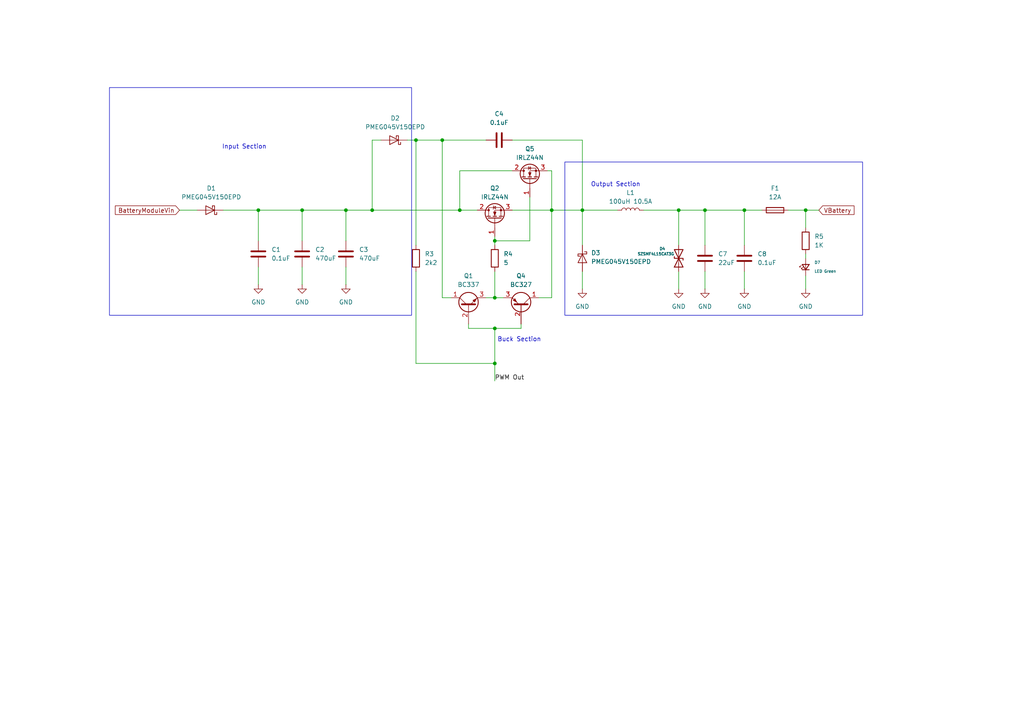
<source format=kicad_sch>
(kicad_sch
	(version 20231120)
	(generator "eeschema")
	(generator_version "8.0")
	(uuid "f51e5c46-f434-4bd2-ada5-7ae46c3f718d")
	(paper "A4")
	(lib_symbols
		(symbol "Device:C"
			(pin_numbers hide)
			(pin_names
				(offset 0.254)
			)
			(exclude_from_sim no)
			(in_bom yes)
			(on_board yes)
			(property "Reference" "C"
				(at 0.635 2.54 0)
				(effects
					(font
						(size 1.27 1.27)
					)
					(justify left)
				)
			)
			(property "Value" "C"
				(at 0.635 -2.54 0)
				(effects
					(font
						(size 1.27 1.27)
					)
					(justify left)
				)
			)
			(property "Footprint" ""
				(at 0.9652 -3.81 0)
				(effects
					(font
						(size 1.27 1.27)
					)
					(hide yes)
				)
			)
			(property "Datasheet" "~"
				(at 0 0 0)
				(effects
					(font
						(size 1.27 1.27)
					)
					(hide yes)
				)
			)
			(property "Description" "Unpolarized capacitor"
				(at 0 0 0)
				(effects
					(font
						(size 1.27 1.27)
					)
					(hide yes)
				)
			)
			(property "ki_keywords" "cap capacitor"
				(at 0 0 0)
				(effects
					(font
						(size 1.27 1.27)
					)
					(hide yes)
				)
			)
			(property "ki_fp_filters" "C_*"
				(at 0 0 0)
				(effects
					(font
						(size 1.27 1.27)
					)
					(hide yes)
				)
			)
			(symbol "C_0_1"
				(polyline
					(pts
						(xy -2.032 -0.762) (xy 2.032 -0.762)
					)
					(stroke
						(width 0.508)
						(type default)
					)
					(fill
						(type none)
					)
				)
				(polyline
					(pts
						(xy -2.032 0.762) (xy 2.032 0.762)
					)
					(stroke
						(width 0.508)
						(type default)
					)
					(fill
						(type none)
					)
				)
			)
			(symbol "C_1_1"
				(pin passive line
					(at 0 3.81 270)
					(length 2.794)
					(name "~"
						(effects
							(font
								(size 1.27 1.27)
							)
						)
					)
					(number "1"
						(effects
							(font
								(size 1.27 1.27)
							)
						)
					)
				)
				(pin passive line
					(at 0 -3.81 90)
					(length 2.794)
					(name "~"
						(effects
							(font
								(size 1.27 1.27)
							)
						)
					)
					(number "2"
						(effects
							(font
								(size 1.27 1.27)
							)
						)
					)
				)
			)
		)
		(symbol "Device:D_TVS"
			(pin_numbers hide)
			(pin_names
				(offset 1.016) hide)
			(exclude_from_sim no)
			(in_bom yes)
			(on_board yes)
			(property "Reference" "D"
				(at 0 2.54 0)
				(effects
					(font
						(size 1.27 1.27)
					)
				)
			)
			(property "Value" "D_TVS"
				(at 0 -2.54 0)
				(effects
					(font
						(size 1.27 1.27)
					)
				)
			)
			(property "Footprint" ""
				(at 0 0 0)
				(effects
					(font
						(size 1.27 1.27)
					)
					(hide yes)
				)
			)
			(property "Datasheet" "~"
				(at 0 0 0)
				(effects
					(font
						(size 1.27 1.27)
					)
					(hide yes)
				)
			)
			(property "Description" "Bidirectional transient-voltage-suppression diode"
				(at 0 0 0)
				(effects
					(font
						(size 1.27 1.27)
					)
					(hide yes)
				)
			)
			(property "ki_keywords" "diode TVS thyrector"
				(at 0 0 0)
				(effects
					(font
						(size 1.27 1.27)
					)
					(hide yes)
				)
			)
			(property "ki_fp_filters" "TO-???* *_Diode_* *SingleDiode* D_*"
				(at 0 0 0)
				(effects
					(font
						(size 1.27 1.27)
					)
					(hide yes)
				)
			)
			(symbol "D_TVS_0_1"
				(polyline
					(pts
						(xy 1.27 0) (xy -1.27 0)
					)
					(stroke
						(width 0)
						(type default)
					)
					(fill
						(type none)
					)
				)
				(polyline
					(pts
						(xy 0.508 1.27) (xy 0 1.27) (xy 0 -1.27) (xy -0.508 -1.27)
					)
					(stroke
						(width 0.254)
						(type default)
					)
					(fill
						(type none)
					)
				)
				(polyline
					(pts
						(xy -2.54 1.27) (xy -2.54 -1.27) (xy 2.54 1.27) (xy 2.54 -1.27) (xy -2.54 1.27)
					)
					(stroke
						(width 0.254)
						(type default)
					)
					(fill
						(type none)
					)
				)
			)
			(symbol "D_TVS_1_1"
				(pin passive line
					(at -3.81 0 0)
					(length 2.54)
					(name "A1"
						(effects
							(font
								(size 1.27 1.27)
							)
						)
					)
					(number "1"
						(effects
							(font
								(size 1.27 1.27)
							)
						)
					)
				)
				(pin passive line
					(at 3.81 0 180)
					(length 2.54)
					(name "A2"
						(effects
							(font
								(size 1.27 1.27)
							)
						)
					)
					(number "2"
						(effects
							(font
								(size 1.27 1.27)
							)
						)
					)
				)
			)
		)
		(symbol "Device:Fuse"
			(pin_numbers hide)
			(pin_names
				(offset 0)
			)
			(exclude_from_sim no)
			(in_bom yes)
			(on_board yes)
			(property "Reference" "F"
				(at 2.032 0 90)
				(effects
					(font
						(size 1.27 1.27)
					)
				)
			)
			(property "Value" "Fuse"
				(at -1.905 0 90)
				(effects
					(font
						(size 1.27 1.27)
					)
				)
			)
			(property "Footprint" ""
				(at -1.778 0 90)
				(effects
					(font
						(size 1.27 1.27)
					)
					(hide yes)
				)
			)
			(property "Datasheet" "~"
				(at 0 0 0)
				(effects
					(font
						(size 1.27 1.27)
					)
					(hide yes)
				)
			)
			(property "Description" "Fuse"
				(at 0 0 0)
				(effects
					(font
						(size 1.27 1.27)
					)
					(hide yes)
				)
			)
			(property "ki_keywords" "fuse"
				(at 0 0 0)
				(effects
					(font
						(size 1.27 1.27)
					)
					(hide yes)
				)
			)
			(property "ki_fp_filters" "*Fuse*"
				(at 0 0 0)
				(effects
					(font
						(size 1.27 1.27)
					)
					(hide yes)
				)
			)
			(symbol "Fuse_0_1"
				(rectangle
					(start -0.762 -2.54)
					(end 0.762 2.54)
					(stroke
						(width 0.254)
						(type default)
					)
					(fill
						(type none)
					)
				)
				(polyline
					(pts
						(xy 0 2.54) (xy 0 -2.54)
					)
					(stroke
						(width 0)
						(type default)
					)
					(fill
						(type none)
					)
				)
			)
			(symbol "Fuse_1_1"
				(pin passive line
					(at 0 3.81 270)
					(length 1.27)
					(name "~"
						(effects
							(font
								(size 1.27 1.27)
							)
						)
					)
					(number "1"
						(effects
							(font
								(size 1.27 1.27)
							)
						)
					)
				)
				(pin passive line
					(at 0 -3.81 90)
					(length 1.27)
					(name "~"
						(effects
							(font
								(size 1.27 1.27)
							)
						)
					)
					(number "2"
						(effects
							(font
								(size 1.27 1.27)
							)
						)
					)
				)
			)
		)
		(symbol "Device:L"
			(pin_numbers hide)
			(pin_names
				(offset 1.016) hide)
			(exclude_from_sim no)
			(in_bom yes)
			(on_board yes)
			(property "Reference" "L"
				(at -1.27 0 90)
				(effects
					(font
						(size 1.27 1.27)
					)
				)
			)
			(property "Value" "L"
				(at 1.905 0 90)
				(effects
					(font
						(size 1.27 1.27)
					)
				)
			)
			(property "Footprint" ""
				(at 0 0 0)
				(effects
					(font
						(size 1.27 1.27)
					)
					(hide yes)
				)
			)
			(property "Datasheet" "~"
				(at 0 0 0)
				(effects
					(font
						(size 1.27 1.27)
					)
					(hide yes)
				)
			)
			(property "Description" "Inductor"
				(at 0 0 0)
				(effects
					(font
						(size 1.27 1.27)
					)
					(hide yes)
				)
			)
			(property "ki_keywords" "inductor choke coil reactor magnetic"
				(at 0 0 0)
				(effects
					(font
						(size 1.27 1.27)
					)
					(hide yes)
				)
			)
			(property "ki_fp_filters" "Choke_* *Coil* Inductor_* L_*"
				(at 0 0 0)
				(effects
					(font
						(size 1.27 1.27)
					)
					(hide yes)
				)
			)
			(symbol "L_0_1"
				(arc
					(start 0 -2.54)
					(mid 0.6323 -1.905)
					(end 0 -1.27)
					(stroke
						(width 0)
						(type default)
					)
					(fill
						(type none)
					)
				)
				(arc
					(start 0 -1.27)
					(mid 0.6323 -0.635)
					(end 0 0)
					(stroke
						(width 0)
						(type default)
					)
					(fill
						(type none)
					)
				)
				(arc
					(start 0 0)
					(mid 0.6323 0.635)
					(end 0 1.27)
					(stroke
						(width 0)
						(type default)
					)
					(fill
						(type none)
					)
				)
				(arc
					(start 0 1.27)
					(mid 0.6323 1.905)
					(end 0 2.54)
					(stroke
						(width 0)
						(type default)
					)
					(fill
						(type none)
					)
				)
			)
			(symbol "L_1_1"
				(pin passive line
					(at 0 3.81 270)
					(length 1.27)
					(name "1"
						(effects
							(font
								(size 1.27 1.27)
							)
						)
					)
					(number "1"
						(effects
							(font
								(size 1.27 1.27)
							)
						)
					)
				)
				(pin passive line
					(at 0 -3.81 90)
					(length 1.27)
					(name "2"
						(effects
							(font
								(size 1.27 1.27)
							)
						)
					)
					(number "2"
						(effects
							(font
								(size 1.27 1.27)
							)
						)
					)
				)
			)
		)
		(symbol "Device:LED_Small"
			(pin_numbers hide)
			(pin_names
				(offset 0.254) hide)
			(exclude_from_sim no)
			(in_bom yes)
			(on_board yes)
			(property "Reference" "D"
				(at -1.27 3.175 0)
				(effects
					(font
						(size 1.27 1.27)
					)
					(justify left)
				)
			)
			(property "Value" "LED_Small"
				(at -4.445 -2.54 0)
				(effects
					(font
						(size 1.27 1.27)
					)
					(justify left)
				)
			)
			(property "Footprint" ""
				(at 0 0 90)
				(effects
					(font
						(size 1.27 1.27)
					)
					(hide yes)
				)
			)
			(property "Datasheet" "~"
				(at 0 0 90)
				(effects
					(font
						(size 1.27 1.27)
					)
					(hide yes)
				)
			)
			(property "Description" "Light emitting diode, small symbol"
				(at 0 0 0)
				(effects
					(font
						(size 1.27 1.27)
					)
					(hide yes)
				)
			)
			(property "ki_keywords" "LED diode light-emitting-diode"
				(at 0 0 0)
				(effects
					(font
						(size 1.27 1.27)
					)
					(hide yes)
				)
			)
			(property "ki_fp_filters" "LED* LED_SMD:* LED_THT:*"
				(at 0 0 0)
				(effects
					(font
						(size 1.27 1.27)
					)
					(hide yes)
				)
			)
			(symbol "LED_Small_0_1"
				(polyline
					(pts
						(xy -0.762 -1.016) (xy -0.762 1.016)
					)
					(stroke
						(width 0.254)
						(type default)
					)
					(fill
						(type none)
					)
				)
				(polyline
					(pts
						(xy 1.016 0) (xy -0.762 0)
					)
					(stroke
						(width 0)
						(type default)
					)
					(fill
						(type none)
					)
				)
				(polyline
					(pts
						(xy 0.762 -1.016) (xy -0.762 0) (xy 0.762 1.016) (xy 0.762 -1.016)
					)
					(stroke
						(width 0.254)
						(type default)
					)
					(fill
						(type none)
					)
				)
				(polyline
					(pts
						(xy 0 0.762) (xy -0.508 1.27) (xy -0.254 1.27) (xy -0.508 1.27) (xy -0.508 1.016)
					)
					(stroke
						(width 0)
						(type default)
					)
					(fill
						(type none)
					)
				)
				(polyline
					(pts
						(xy 0.508 1.27) (xy 0 1.778) (xy 0.254 1.778) (xy 0 1.778) (xy 0 1.524)
					)
					(stroke
						(width 0)
						(type default)
					)
					(fill
						(type none)
					)
				)
			)
			(symbol "LED_Small_1_1"
				(pin passive line
					(at -2.54 0 0)
					(length 1.778)
					(name "K"
						(effects
							(font
								(size 1.27 1.27)
							)
						)
					)
					(number "1"
						(effects
							(font
								(size 1.27 1.27)
							)
						)
					)
				)
				(pin passive line
					(at 2.54 0 180)
					(length 1.778)
					(name "A"
						(effects
							(font
								(size 1.27 1.27)
							)
						)
					)
					(number "2"
						(effects
							(font
								(size 1.27 1.27)
							)
						)
					)
				)
			)
		)
		(symbol "Device:R"
			(pin_numbers hide)
			(pin_names
				(offset 0)
			)
			(exclude_from_sim no)
			(in_bom yes)
			(on_board yes)
			(property "Reference" "R"
				(at 2.032 0 90)
				(effects
					(font
						(size 1.27 1.27)
					)
				)
			)
			(property "Value" "R"
				(at 0 0 90)
				(effects
					(font
						(size 1.27 1.27)
					)
				)
			)
			(property "Footprint" ""
				(at -1.778 0 90)
				(effects
					(font
						(size 1.27 1.27)
					)
					(hide yes)
				)
			)
			(property "Datasheet" "~"
				(at 0 0 0)
				(effects
					(font
						(size 1.27 1.27)
					)
					(hide yes)
				)
			)
			(property "Description" "Resistor"
				(at 0 0 0)
				(effects
					(font
						(size 1.27 1.27)
					)
					(hide yes)
				)
			)
			(property "ki_keywords" "R res resistor"
				(at 0 0 0)
				(effects
					(font
						(size 1.27 1.27)
					)
					(hide yes)
				)
			)
			(property "ki_fp_filters" "R_*"
				(at 0 0 0)
				(effects
					(font
						(size 1.27 1.27)
					)
					(hide yes)
				)
			)
			(symbol "R_0_1"
				(rectangle
					(start -1.016 -2.54)
					(end 1.016 2.54)
					(stroke
						(width 0.254)
						(type default)
					)
					(fill
						(type none)
					)
				)
			)
			(symbol "R_1_1"
				(pin passive line
					(at 0 3.81 270)
					(length 1.27)
					(name "~"
						(effects
							(font
								(size 1.27 1.27)
							)
						)
					)
					(number "1"
						(effects
							(font
								(size 1.27 1.27)
							)
						)
					)
				)
				(pin passive line
					(at 0 -3.81 90)
					(length 1.27)
					(name "~"
						(effects
							(font
								(size 1.27 1.27)
							)
						)
					)
					(number "2"
						(effects
							(font
								(size 1.27 1.27)
							)
						)
					)
				)
			)
		)
		(symbol "Diode:PMEG045V150EPD"
			(pin_numbers hide)
			(pin_names hide)
			(exclude_from_sim no)
			(in_bom yes)
			(on_board yes)
			(property "Reference" "D"
				(at 0 2.54 0)
				(effects
					(font
						(size 1.27 1.27)
					)
				)
			)
			(property "Value" "PMEG045V150EPD"
				(at 0 -2.54 0)
				(effects
					(font
						(size 1.27 1.27)
					)
				)
			)
			(property "Footprint" "Package_TO_SOT_SMD:Nexperia_CFP15_SOT-1289"
				(at 0 -4.445 0)
				(effects
					(font
						(size 1.27 1.27)
					)
					(hide yes)
				)
			)
			(property "Datasheet" "https://assets.nexperia.com/documents/data-sheet/PMEG045V150EPD.pdf"
				(at 0 0 0)
				(effects
					(font
						(size 1.27 1.27)
					)
					(hide yes)
				)
			)
			(property "Description" "45V, 15A low Vf MEGA Schottky barrier rectifier, SOT-1289"
				(at 0 0 0)
				(effects
					(font
						(size 1.27 1.27)
					)
					(hide yes)
				)
			)
			(property "ki_keywords" "forward voltage diode"
				(at 0 0 0)
				(effects
					(font
						(size 1.27 1.27)
					)
					(hide yes)
				)
			)
			(property "ki_fp_filters" "Nexperia*CFP15*SOT?1289*"
				(at 0 0 0)
				(effects
					(font
						(size 1.27 1.27)
					)
					(hide yes)
				)
			)
			(symbol "PMEG045V150EPD_0_1"
				(polyline
					(pts
						(xy 1.27 0) (xy -1.27 0)
					)
					(stroke
						(width 0)
						(type default)
					)
					(fill
						(type none)
					)
				)
				(polyline
					(pts
						(xy 1.27 1.27) (xy 1.27 -1.27) (xy -1.27 0) (xy 1.27 1.27)
					)
					(stroke
						(width 0.2032)
						(type default)
					)
					(fill
						(type none)
					)
				)
				(polyline
					(pts
						(xy -1.905 0.635) (xy -1.905 1.27) (xy -1.27 1.27) (xy -1.27 -1.27) (xy -0.635 -1.27) (xy -0.635 -0.635)
					)
					(stroke
						(width 0.2032)
						(type default)
					)
					(fill
						(type none)
					)
				)
			)
			(symbol "PMEG045V150EPD_1_1"
				(pin passive line
					(at 3.81 0 180)
					(length 2.54)
					(name "A"
						(effects
							(font
								(size 1.27 1.27)
							)
						)
					)
					(number "1"
						(effects
							(font
								(size 1.27 1.27)
							)
						)
					)
				)
				(pin passive line
					(at 3.81 0 180)
					(length 2.54) hide
					(name "A"
						(effects
							(font
								(size 1.27 1.27)
							)
						)
					)
					(number "2"
						(effects
							(font
								(size 1.27 1.27)
							)
						)
					)
				)
				(pin passive line
					(at -3.81 0 0)
					(length 2.54)
					(name "K"
						(effects
							(font
								(size 1.27 1.27)
							)
						)
					)
					(number "3"
						(effects
							(font
								(size 1.27 1.27)
							)
						)
					)
				)
			)
		)
		(symbol "Transistor_BJT:BC327"
			(pin_names
				(offset 0) hide)
			(exclude_from_sim no)
			(in_bom yes)
			(on_board yes)
			(property "Reference" "Q"
				(at 5.08 1.905 0)
				(effects
					(font
						(size 1.27 1.27)
					)
					(justify left)
				)
			)
			(property "Value" "BC327"
				(at 5.08 0 0)
				(effects
					(font
						(size 1.27 1.27)
					)
					(justify left)
				)
			)
			(property "Footprint" "Package_TO_SOT_THT:TO-92_Inline"
				(at 5.08 -1.905 0)
				(effects
					(font
						(size 1.27 1.27)
						(italic yes)
					)
					(justify left)
					(hide yes)
				)
			)
			(property "Datasheet" "http://www.onsemi.com/pub_link/Collateral/BC327-D.PDF"
				(at 0 0 0)
				(effects
					(font
						(size 1.27 1.27)
					)
					(justify left)
					(hide yes)
				)
			)
			(property "Description" "0.8A Ic, 45V Vce, PNP Transistor, TO-92"
				(at 0 0 0)
				(effects
					(font
						(size 1.27 1.27)
					)
					(hide yes)
				)
			)
			(property "ki_keywords" "PNP Transistor"
				(at 0 0 0)
				(effects
					(font
						(size 1.27 1.27)
					)
					(hide yes)
				)
			)
			(property "ki_fp_filters" "TO?92*"
				(at 0 0 0)
				(effects
					(font
						(size 1.27 1.27)
					)
					(hide yes)
				)
			)
			(symbol "BC327_0_1"
				(polyline
					(pts
						(xy 0.635 0.635) (xy 2.54 2.54)
					)
					(stroke
						(width 0)
						(type default)
					)
					(fill
						(type none)
					)
				)
				(polyline
					(pts
						(xy 0.635 -0.635) (xy 2.54 -2.54) (xy 2.54 -2.54)
					)
					(stroke
						(width 0)
						(type default)
					)
					(fill
						(type none)
					)
				)
				(polyline
					(pts
						(xy 0.635 1.905) (xy 0.635 -1.905) (xy 0.635 -1.905)
					)
					(stroke
						(width 0.508)
						(type default)
					)
					(fill
						(type none)
					)
				)
				(polyline
					(pts
						(xy 2.286 -1.778) (xy 1.778 -2.286) (xy 1.27 -1.27) (xy 2.286 -1.778) (xy 2.286 -1.778)
					)
					(stroke
						(width 0)
						(type default)
					)
					(fill
						(type outline)
					)
				)
				(circle
					(center 1.27 0)
					(radius 2.8194)
					(stroke
						(width 0.254)
						(type default)
					)
					(fill
						(type none)
					)
				)
			)
			(symbol "BC327_1_1"
				(pin passive line
					(at 2.54 5.08 270)
					(length 2.54)
					(name "C"
						(effects
							(font
								(size 1.27 1.27)
							)
						)
					)
					(number "1"
						(effects
							(font
								(size 1.27 1.27)
							)
						)
					)
				)
				(pin input line
					(at -5.08 0 0)
					(length 5.715)
					(name "B"
						(effects
							(font
								(size 1.27 1.27)
							)
						)
					)
					(number "2"
						(effects
							(font
								(size 1.27 1.27)
							)
						)
					)
				)
				(pin passive line
					(at 2.54 -5.08 90)
					(length 2.54)
					(name "E"
						(effects
							(font
								(size 1.27 1.27)
							)
						)
					)
					(number "3"
						(effects
							(font
								(size 1.27 1.27)
							)
						)
					)
				)
			)
		)
		(symbol "Transistor_BJT:BC337"
			(pin_names
				(offset 0) hide)
			(exclude_from_sim no)
			(in_bom yes)
			(on_board yes)
			(property "Reference" "Q"
				(at 5.08 1.905 0)
				(effects
					(font
						(size 1.27 1.27)
					)
					(justify left)
				)
			)
			(property "Value" "BC337"
				(at 5.08 0 0)
				(effects
					(font
						(size 1.27 1.27)
					)
					(justify left)
				)
			)
			(property "Footprint" "Package_TO_SOT_THT:TO-92_Inline"
				(at 5.08 -1.905 0)
				(effects
					(font
						(size 1.27 1.27)
						(italic yes)
					)
					(justify left)
					(hide yes)
				)
			)
			(property "Datasheet" "https://diotec.com/tl_files/diotec/files/pdf/datasheets/bc337.pdf"
				(at 0 0 0)
				(effects
					(font
						(size 1.27 1.27)
					)
					(justify left)
					(hide yes)
				)
			)
			(property "Description" "0.8A Ic, 45V Vce, NPN Transistor, TO-92"
				(at 0 0 0)
				(effects
					(font
						(size 1.27 1.27)
					)
					(hide yes)
				)
			)
			(property "ki_keywords" "NPN Transistor"
				(at 0 0 0)
				(effects
					(font
						(size 1.27 1.27)
					)
					(hide yes)
				)
			)
			(property "ki_fp_filters" "TO?92*"
				(at 0 0 0)
				(effects
					(font
						(size 1.27 1.27)
					)
					(hide yes)
				)
			)
			(symbol "BC337_0_1"
				(polyline
					(pts
						(xy 0 0) (xy 0.635 0)
					)
					(stroke
						(width 0)
						(type default)
					)
					(fill
						(type none)
					)
				)
				(polyline
					(pts
						(xy 0.635 0.635) (xy 2.54 2.54)
					)
					(stroke
						(width 0)
						(type default)
					)
					(fill
						(type none)
					)
				)
				(polyline
					(pts
						(xy 0.635 -0.635) (xy 2.54 -2.54) (xy 2.54 -2.54)
					)
					(stroke
						(width 0)
						(type default)
					)
					(fill
						(type none)
					)
				)
				(polyline
					(pts
						(xy 0.635 1.905) (xy 0.635 -1.905) (xy 0.635 -1.905)
					)
					(stroke
						(width 0.508)
						(type default)
					)
					(fill
						(type none)
					)
				)
				(polyline
					(pts
						(xy 1.27 -1.778) (xy 1.778 -1.27) (xy 2.286 -2.286) (xy 1.27 -1.778) (xy 1.27 -1.778)
					)
					(stroke
						(width 0)
						(type default)
					)
					(fill
						(type outline)
					)
				)
				(circle
					(center 1.27 0)
					(radius 2.8194)
					(stroke
						(width 0.254)
						(type default)
					)
					(fill
						(type none)
					)
				)
			)
			(symbol "BC337_1_1"
				(pin passive line
					(at 2.54 5.08 270)
					(length 2.54)
					(name "C"
						(effects
							(font
								(size 1.27 1.27)
							)
						)
					)
					(number "1"
						(effects
							(font
								(size 1.27 1.27)
							)
						)
					)
				)
				(pin input line
					(at -5.08 0 0)
					(length 5.08)
					(name "B"
						(effects
							(font
								(size 1.27 1.27)
							)
						)
					)
					(number "2"
						(effects
							(font
								(size 1.27 1.27)
							)
						)
					)
				)
				(pin passive line
					(at 2.54 -5.08 90)
					(length 2.54)
					(name "E"
						(effects
							(font
								(size 1.27 1.27)
							)
						)
					)
					(number "3"
						(effects
							(font
								(size 1.27 1.27)
							)
						)
					)
				)
			)
		)
		(symbol "Transistor_FET:IRLZ44N"
			(pin_names hide)
			(exclude_from_sim no)
			(in_bom yes)
			(on_board yes)
			(property "Reference" "Q"
				(at 5.08 1.905 0)
				(effects
					(font
						(size 1.27 1.27)
					)
					(justify left)
				)
			)
			(property "Value" "IRLZ44N"
				(at 5.08 0 0)
				(effects
					(font
						(size 1.27 1.27)
					)
					(justify left)
				)
			)
			(property "Footprint" "Package_TO_SOT_THT:TO-220-3_Vertical"
				(at 5.08 -1.905 0)
				(effects
					(font
						(size 1.27 1.27)
						(italic yes)
					)
					(justify left)
					(hide yes)
				)
			)
			(property "Datasheet" "http://www.irf.com/product-info/datasheets/data/irlz44n.pdf"
				(at 5.08 -3.81 0)
				(effects
					(font
						(size 1.27 1.27)
					)
					(justify left)
					(hide yes)
				)
			)
			(property "Description" "47A Id, 55V Vds, 22mOhm Rds Single N-Channel HEXFET Power MOSFET, TO-220AB"
				(at 0 0 0)
				(effects
					(font
						(size 1.27 1.27)
					)
					(hide yes)
				)
			)
			(property "ki_keywords" "N-Channel HEXFET MOSFET Logic-Level"
				(at 0 0 0)
				(effects
					(font
						(size 1.27 1.27)
					)
					(hide yes)
				)
			)
			(property "ki_fp_filters" "TO?220*"
				(at 0 0 0)
				(effects
					(font
						(size 1.27 1.27)
					)
					(hide yes)
				)
			)
			(symbol "IRLZ44N_0_1"
				(polyline
					(pts
						(xy 0.254 0) (xy -2.54 0)
					)
					(stroke
						(width 0)
						(type default)
					)
					(fill
						(type none)
					)
				)
				(polyline
					(pts
						(xy 0.254 1.905) (xy 0.254 -1.905)
					)
					(stroke
						(width 0.254)
						(type default)
					)
					(fill
						(type none)
					)
				)
				(polyline
					(pts
						(xy 0.762 -1.27) (xy 0.762 -2.286)
					)
					(stroke
						(width 0.254)
						(type default)
					)
					(fill
						(type none)
					)
				)
				(polyline
					(pts
						(xy 0.762 0.508) (xy 0.762 -0.508)
					)
					(stroke
						(width 0.254)
						(type default)
					)
					(fill
						(type none)
					)
				)
				(polyline
					(pts
						(xy 0.762 2.286) (xy 0.762 1.27)
					)
					(stroke
						(width 0.254)
						(type default)
					)
					(fill
						(type none)
					)
				)
				(polyline
					(pts
						(xy 2.54 2.54) (xy 2.54 1.778)
					)
					(stroke
						(width 0)
						(type default)
					)
					(fill
						(type none)
					)
				)
				(polyline
					(pts
						(xy 2.54 -2.54) (xy 2.54 0) (xy 0.762 0)
					)
					(stroke
						(width 0)
						(type default)
					)
					(fill
						(type none)
					)
				)
				(polyline
					(pts
						(xy 0.762 -1.778) (xy 3.302 -1.778) (xy 3.302 1.778) (xy 0.762 1.778)
					)
					(stroke
						(width 0)
						(type default)
					)
					(fill
						(type none)
					)
				)
				(polyline
					(pts
						(xy 1.016 0) (xy 2.032 0.381) (xy 2.032 -0.381) (xy 1.016 0)
					)
					(stroke
						(width 0)
						(type default)
					)
					(fill
						(type outline)
					)
				)
				(polyline
					(pts
						(xy 2.794 0.508) (xy 2.921 0.381) (xy 3.683 0.381) (xy 3.81 0.254)
					)
					(stroke
						(width 0)
						(type default)
					)
					(fill
						(type none)
					)
				)
				(polyline
					(pts
						(xy 3.302 0.381) (xy 2.921 -0.254) (xy 3.683 -0.254) (xy 3.302 0.381)
					)
					(stroke
						(width 0)
						(type default)
					)
					(fill
						(type none)
					)
				)
				(circle
					(center 1.651 0)
					(radius 2.794)
					(stroke
						(width 0.254)
						(type default)
					)
					(fill
						(type none)
					)
				)
				(circle
					(center 2.54 -1.778)
					(radius 0.254)
					(stroke
						(width 0)
						(type default)
					)
					(fill
						(type outline)
					)
				)
				(circle
					(center 2.54 1.778)
					(radius 0.254)
					(stroke
						(width 0)
						(type default)
					)
					(fill
						(type outline)
					)
				)
			)
			(symbol "IRLZ44N_1_1"
				(pin input line
					(at -5.08 0 0)
					(length 2.54)
					(name "G"
						(effects
							(font
								(size 1.27 1.27)
							)
						)
					)
					(number "1"
						(effects
							(font
								(size 1.27 1.27)
							)
						)
					)
				)
				(pin passive line
					(at 2.54 5.08 270)
					(length 2.54)
					(name "D"
						(effects
							(font
								(size 1.27 1.27)
							)
						)
					)
					(number "2"
						(effects
							(font
								(size 1.27 1.27)
							)
						)
					)
				)
				(pin passive line
					(at 2.54 -5.08 90)
					(length 2.54)
					(name "S"
						(effects
							(font
								(size 1.27 1.27)
							)
						)
					)
					(number "3"
						(effects
							(font
								(size 1.27 1.27)
							)
						)
					)
				)
			)
		)
		(symbol "power:GND"
			(power)
			(pin_numbers hide)
			(pin_names
				(offset 0) hide)
			(exclude_from_sim no)
			(in_bom yes)
			(on_board yes)
			(property "Reference" "#PWR"
				(at 0 -6.35 0)
				(effects
					(font
						(size 1.27 1.27)
					)
					(hide yes)
				)
			)
			(property "Value" "GND"
				(at 0 -3.81 0)
				(effects
					(font
						(size 1.27 1.27)
					)
				)
			)
			(property "Footprint" ""
				(at 0 0 0)
				(effects
					(font
						(size 1.27 1.27)
					)
					(hide yes)
				)
			)
			(property "Datasheet" ""
				(at 0 0 0)
				(effects
					(font
						(size 1.27 1.27)
					)
					(hide yes)
				)
			)
			(property "Description" "Power symbol creates a global label with name \"GND\" , ground"
				(at 0 0 0)
				(effects
					(font
						(size 1.27 1.27)
					)
					(hide yes)
				)
			)
			(property "ki_keywords" "global power"
				(at 0 0 0)
				(effects
					(font
						(size 1.27 1.27)
					)
					(hide yes)
				)
			)
			(symbol "GND_0_1"
				(polyline
					(pts
						(xy 0 0) (xy 0 -1.27) (xy 1.27 -1.27) (xy 0 -2.54) (xy -1.27 -1.27) (xy 0 -1.27)
					)
					(stroke
						(width 0)
						(type default)
					)
					(fill
						(type none)
					)
				)
			)
			(symbol "GND_1_1"
				(pin power_in line
					(at 0 0 270)
					(length 0)
					(name "~"
						(effects
							(font
								(size 1.27 1.27)
							)
						)
					)
					(number "1"
						(effects
							(font
								(size 1.27 1.27)
							)
						)
					)
				)
			)
		)
	)
	(junction
		(at 143.51 105.41)
		(diameter 0)
		(color 0 0 0 0)
		(uuid "07bb4146-f81d-4b38-a6e7-11c1afedf6f0")
	)
	(junction
		(at 133.35 60.96)
		(diameter 0)
		(color 0 0 0 0)
		(uuid "1aeb80e6-cea9-43c3-8b91-50c51c079fec")
	)
	(junction
		(at 160.02 60.96)
		(diameter 0)
		(color 0 0 0 0)
		(uuid "2fbd3c19-7d6b-40bb-8519-d416bd13dfa7")
	)
	(junction
		(at 87.63 60.96)
		(diameter 0)
		(color 0 0 0 0)
		(uuid "5d508479-9308-44e2-9f80-aa115a6e6051")
	)
	(junction
		(at 143.51 95.25)
		(diameter 0)
		(color 0 0 0 0)
		(uuid "649f7efa-c538-4e8a-92a5-4d79347b94e0")
	)
	(junction
		(at 204.47 60.96)
		(diameter 0)
		(color 0 0 0 0)
		(uuid "6f42b2b4-d14b-47d7-8ae4-2aa7fdd36193")
	)
	(junction
		(at 74.93 60.96)
		(diameter 0)
		(color 0 0 0 0)
		(uuid "7b3f10d1-f07e-4d86-bece-803f09a2c29f")
	)
	(junction
		(at 233.68 60.96)
		(diameter 0)
		(color 0 0 0 0)
		(uuid "954dd82d-ec98-417a-a8ff-c2d2b1ae527e")
	)
	(junction
		(at 128.27 40.64)
		(diameter 0)
		(color 0 0 0 0)
		(uuid "9c27f2d4-bf01-4f10-b4db-e4aa1639aaf7")
	)
	(junction
		(at 215.9 60.96)
		(diameter 0)
		(color 0 0 0 0)
		(uuid "9e8c4b61-10e7-494f-96ec-069b78bba96e")
	)
	(junction
		(at 143.51 86.36)
		(diameter 0)
		(color 0 0 0 0)
		(uuid "a1aae9dd-fc6a-4fe5-b989-5b07ba1fc49a")
	)
	(junction
		(at 120.65 40.64)
		(diameter 0)
		(color 0 0 0 0)
		(uuid "af2f6270-4e42-48b8-a0cd-a7886a2d4b85")
	)
	(junction
		(at 196.85 60.96)
		(diameter 0)
		(color 0 0 0 0)
		(uuid "bfe6100f-a392-4191-a2eb-c40ad7035271")
	)
	(junction
		(at 143.51 69.85)
		(diameter 0)
		(color 0 0 0 0)
		(uuid "c529b4e1-495b-479a-b0ce-0fa6f29f2347")
	)
	(junction
		(at 100.33 60.96)
		(diameter 0)
		(color 0 0 0 0)
		(uuid "d08b33e6-68ea-4b75-86f6-1b236114c711")
	)
	(junction
		(at 168.91 60.96)
		(diameter 0)
		(color 0 0 0 0)
		(uuid "e00e566e-2b6c-4630-b6bb-fac02ab47831")
	)
	(junction
		(at 107.95 60.96)
		(diameter 0)
		(color 0 0 0 0)
		(uuid "f6d61e18-11f3-47ea-80b9-c4fd5fcf3936")
	)
	(wire
		(pts
			(xy 233.68 80.01) (xy 233.68 83.82)
		)
		(stroke
			(width 0)
			(type default)
		)
		(uuid "030d23b2-2c1d-46cb-b626-f2bded5e5e89")
	)
	(wire
		(pts
			(xy 135.89 95.25) (xy 143.51 95.25)
		)
		(stroke
			(width 0)
			(type default)
		)
		(uuid "033e5a17-3894-43a5-a0e4-97a15eea68af")
	)
	(wire
		(pts
			(xy 74.93 60.96) (xy 87.63 60.96)
		)
		(stroke
			(width 0)
			(type default)
		)
		(uuid "080d4b96-9eb3-4bca-bea6-65518e1a0320")
	)
	(wire
		(pts
			(xy 120.65 40.64) (xy 120.65 71.12)
		)
		(stroke
			(width 0)
			(type default)
		)
		(uuid "09ddbcdc-4bfc-473c-91c9-8f8991f53eb3")
	)
	(wire
		(pts
			(xy 215.9 78.74) (xy 215.9 83.82)
		)
		(stroke
			(width 0)
			(type default)
		)
		(uuid "09fa1275-4526-4758-8e98-a3bffc1d26e7")
	)
	(wire
		(pts
			(xy 204.47 60.96) (xy 215.9 60.96)
		)
		(stroke
			(width 0)
			(type default)
		)
		(uuid "0bcd0e7b-55e0-4a0c-96c3-b8faac72f444")
	)
	(wire
		(pts
			(xy 107.95 40.64) (xy 110.49 40.64)
		)
		(stroke
			(width 0)
			(type default)
		)
		(uuid "0d7fbb38-475a-4c7d-87e8-68736b31ab87")
	)
	(wire
		(pts
			(xy 204.47 78.74) (xy 204.47 83.82)
		)
		(stroke
			(width 0)
			(type default)
		)
		(uuid "0dd5d34f-8a39-4b70-a940-79456239544f")
	)
	(wire
		(pts
			(xy 120.65 78.74) (xy 120.65 105.41)
		)
		(stroke
			(width 0)
			(type default)
		)
		(uuid "1152eb9b-1a00-4d8c-8a3f-4e050ddd9c76")
	)
	(wire
		(pts
			(xy 128.27 40.64) (xy 128.27 86.36)
		)
		(stroke
			(width 0)
			(type default)
		)
		(uuid "132e85fc-0c4b-41f5-bb3e-d84e12f5ea90")
	)
	(wire
		(pts
			(xy 87.63 60.96) (xy 87.63 69.85)
		)
		(stroke
			(width 0)
			(type default)
		)
		(uuid "1358dfb5-a9e9-462d-bf95-02ee6254dabd")
	)
	(wire
		(pts
			(xy 128.27 86.36) (xy 130.81 86.36)
		)
		(stroke
			(width 0)
			(type default)
		)
		(uuid "1981dd60-750a-41dc-b9ef-4b7cf282a6a3")
	)
	(wire
		(pts
			(xy 148.59 60.96) (xy 160.02 60.96)
		)
		(stroke
			(width 0)
			(type default)
		)
		(uuid "2108300c-1f95-4864-b9cc-fd8a47dc8d62")
	)
	(wire
		(pts
			(xy 74.93 60.96) (xy 74.93 69.85)
		)
		(stroke
			(width 0)
			(type default)
		)
		(uuid "2188dad5-ca59-4ada-9d33-bfbbc7691a9c")
	)
	(wire
		(pts
			(xy 107.95 40.64) (xy 107.95 60.96)
		)
		(stroke
			(width 0)
			(type default)
		)
		(uuid "24bcd827-8290-4e09-85b0-405b3a21ab6d")
	)
	(wire
		(pts
			(xy 107.95 60.96) (xy 133.35 60.96)
		)
		(stroke
			(width 0)
			(type default)
		)
		(uuid "24efb525-5b5d-4fa0-82c5-a1b78f8fb97e")
	)
	(wire
		(pts
			(xy 52.07 60.96) (xy 57.15 60.96)
		)
		(stroke
			(width 0)
			(type default)
		)
		(uuid "2d99ab9f-5f9b-404f-af5a-270ee46e5b8a")
	)
	(wire
		(pts
			(xy 160.02 60.96) (xy 168.91 60.96)
		)
		(stroke
			(width 0)
			(type default)
		)
		(uuid "2fb0ec76-5cf9-4cd6-a683-691ee59d1c6c")
	)
	(wire
		(pts
			(xy 196.85 78.74) (xy 196.85 83.82)
		)
		(stroke
			(width 0)
			(type default)
		)
		(uuid "38337fe5-d2fc-4bd6-b295-f6574fdcbc68")
	)
	(wire
		(pts
			(xy 143.51 78.74) (xy 143.51 86.36)
		)
		(stroke
			(width 0)
			(type default)
		)
		(uuid "3a15768e-749f-48ab-9123-c1bb77990b1d")
	)
	(wire
		(pts
			(xy 215.9 60.96) (xy 220.98 60.96)
		)
		(stroke
			(width 0)
			(type default)
		)
		(uuid "3aafae39-d11b-45f6-a943-2da8c594f2f5")
	)
	(wire
		(pts
			(xy 233.68 73.66) (xy 233.68 74.93)
		)
		(stroke
			(width 0)
			(type default)
		)
		(uuid "4f482490-4ee5-4553-b180-85b2d28b7ae1")
	)
	(wire
		(pts
			(xy 158.75 49.53) (xy 160.02 49.53)
		)
		(stroke
			(width 0)
			(type default)
		)
		(uuid "51f8e4ca-82a7-43ab-91ce-a96f4b58883c")
	)
	(wire
		(pts
			(xy 143.51 95.25) (xy 143.51 105.41)
		)
		(stroke
			(width 0)
			(type default)
		)
		(uuid "5339ad65-0f43-402d-a7af-29ebe81943e1")
	)
	(wire
		(pts
			(xy 87.63 77.47) (xy 87.63 82.55)
		)
		(stroke
			(width 0)
			(type default)
		)
		(uuid "541f6666-7e8b-4bec-a7da-94073c35b393")
	)
	(wire
		(pts
			(xy 128.27 40.64) (xy 140.97 40.64)
		)
		(stroke
			(width 0)
			(type default)
		)
		(uuid "56540d30-3f75-47c3-a538-94926c61527e")
	)
	(wire
		(pts
			(xy 196.85 60.96) (xy 204.47 60.96)
		)
		(stroke
			(width 0)
			(type default)
		)
		(uuid "6a86833e-1a1b-4d5b-9a04-234e4ab8ef7a")
	)
	(wire
		(pts
			(xy 143.51 71.12) (xy 143.51 69.85)
		)
		(stroke
			(width 0)
			(type default)
		)
		(uuid "6bee9f86-707a-4c8b-bc5f-238930be76d9")
	)
	(wire
		(pts
			(xy 133.35 49.53) (xy 133.35 60.96)
		)
		(stroke
			(width 0)
			(type default)
		)
		(uuid "79b3e7ce-790d-4ce9-a2b1-32609be5eb2f")
	)
	(wire
		(pts
			(xy 143.51 105.41) (xy 143.51 110.49)
		)
		(stroke
			(width 0)
			(type default)
		)
		(uuid "7ad5f1f6-7db1-465f-b9fc-a05a4383559e")
	)
	(wire
		(pts
			(xy 153.67 69.85) (xy 143.51 69.85)
		)
		(stroke
			(width 0)
			(type default)
		)
		(uuid "7b8e7d9f-dfc0-46f5-8ad1-62d5d53709ea")
	)
	(wire
		(pts
			(xy 120.65 40.64) (xy 128.27 40.64)
		)
		(stroke
			(width 0)
			(type default)
		)
		(uuid "86bbcde1-c183-4a65-88f1-e716d6bf4f06")
	)
	(wire
		(pts
			(xy 233.68 60.96) (xy 237.49 60.96)
		)
		(stroke
			(width 0)
			(type default)
		)
		(uuid "8988bad8-dcd0-4b15-9dd2-aef8041196e1")
	)
	(wire
		(pts
			(xy 148.59 40.64) (xy 168.91 40.64)
		)
		(stroke
			(width 0)
			(type default)
		)
		(uuid "940a402e-f253-4e2a-a13a-6a334bfdd9d5")
	)
	(wire
		(pts
			(xy 151.13 95.25) (xy 151.13 93.98)
		)
		(stroke
			(width 0)
			(type default)
		)
		(uuid "a13787d5-7ca9-49b6-8188-d646c2ea1de0")
	)
	(wire
		(pts
			(xy 233.68 60.96) (xy 233.68 66.04)
		)
		(stroke
			(width 0)
			(type default)
		)
		(uuid "a473df19-bc8e-4fa9-a9cd-46b88604e246")
	)
	(wire
		(pts
			(xy 140.97 86.36) (xy 143.51 86.36)
		)
		(stroke
			(width 0)
			(type default)
		)
		(uuid "a98b8633-291a-468a-8011-d5e15f133aa7")
	)
	(wire
		(pts
			(xy 143.51 86.36) (xy 146.05 86.36)
		)
		(stroke
			(width 0)
			(type default)
		)
		(uuid "abedcede-e2b4-47c8-aff6-66eb2ceff27b")
	)
	(wire
		(pts
			(xy 143.51 95.25) (xy 151.13 95.25)
		)
		(stroke
			(width 0)
			(type default)
		)
		(uuid "ad8fb19a-f3b3-4c39-9055-8a7a0bf80b17")
	)
	(wire
		(pts
			(xy 186.69 60.96) (xy 196.85 60.96)
		)
		(stroke
			(width 0)
			(type default)
		)
		(uuid "ae4b49f6-0b88-40aa-bde4-8275b824dc48")
	)
	(wire
		(pts
			(xy 168.91 40.64) (xy 168.91 60.96)
		)
		(stroke
			(width 0)
			(type default)
		)
		(uuid "b2063a7c-cebd-4bff-8865-bd2f49e70d60")
	)
	(wire
		(pts
			(xy 204.47 71.12) (xy 204.47 60.96)
		)
		(stroke
			(width 0)
			(type default)
		)
		(uuid "bad8ba7d-a424-414e-be7d-c53b73b0d6ee")
	)
	(wire
		(pts
			(xy 168.91 60.96) (xy 168.91 71.12)
		)
		(stroke
			(width 0)
			(type default)
		)
		(uuid "bd1e832c-0e79-433e-b73f-444c009b6295")
	)
	(wire
		(pts
			(xy 160.02 86.36) (xy 160.02 60.96)
		)
		(stroke
			(width 0)
			(type default)
		)
		(uuid "bd97dd6d-a100-4481-990a-749d72eb660f")
	)
	(wire
		(pts
			(xy 100.33 60.96) (xy 100.33 69.85)
		)
		(stroke
			(width 0)
			(type default)
		)
		(uuid "c0fa4b7f-d1c5-45cd-85a2-c1cbcdf606b4")
	)
	(wire
		(pts
			(xy 148.59 49.53) (xy 133.35 49.53)
		)
		(stroke
			(width 0)
			(type default)
		)
		(uuid "c20f1461-16ac-4acf-83a3-2d61188c4a24")
	)
	(wire
		(pts
			(xy 160.02 49.53) (xy 160.02 60.96)
		)
		(stroke
			(width 0)
			(type default)
		)
		(uuid "c380fc34-379a-42e7-b528-d0d93292fb2f")
	)
	(wire
		(pts
			(xy 120.65 105.41) (xy 143.51 105.41)
		)
		(stroke
			(width 0)
			(type default)
		)
		(uuid "c7161fd8-6fce-49e4-bd18-75d3e4b74a4a")
	)
	(wire
		(pts
			(xy 156.21 86.36) (xy 160.02 86.36)
		)
		(stroke
			(width 0)
			(type default)
		)
		(uuid "cbe70349-55fa-41cc-b5ba-6b6d91619ddf")
	)
	(wire
		(pts
			(xy 87.63 60.96) (xy 100.33 60.96)
		)
		(stroke
			(width 0)
			(type default)
		)
		(uuid "cc999c0b-b852-4514-a7a1-8bf0bd4d630c")
	)
	(wire
		(pts
			(xy 64.77 60.96) (xy 74.93 60.96)
		)
		(stroke
			(width 0)
			(type default)
		)
		(uuid "e0d2af26-ac25-4c17-b6a8-d57682c02b0c")
	)
	(wire
		(pts
			(xy 196.85 60.96) (xy 196.85 71.12)
		)
		(stroke
			(width 0)
			(type default)
		)
		(uuid "e442f30a-9953-4757-a543-2a15caa9daf1")
	)
	(wire
		(pts
			(xy 153.67 57.15) (xy 153.67 69.85)
		)
		(stroke
			(width 0)
			(type default)
		)
		(uuid "e4f69e51-9601-44c6-bad5-67501e7e9f78")
	)
	(wire
		(pts
			(xy 168.91 78.74) (xy 168.91 83.82)
		)
		(stroke
			(width 0)
			(type default)
		)
		(uuid "e62f18a4-cc23-41a2-b373-864c96ffadbd")
	)
	(wire
		(pts
			(xy 133.35 60.96) (xy 138.43 60.96)
		)
		(stroke
			(width 0)
			(type default)
		)
		(uuid "e7f72d06-4b15-4fc0-b51a-58b1996a3ccc")
	)
	(wire
		(pts
			(xy 168.91 60.96) (xy 179.07 60.96)
		)
		(stroke
			(width 0)
			(type default)
		)
		(uuid "eb7b3959-9700-4bdd-89d8-33392886f2e2")
	)
	(wire
		(pts
			(xy 100.33 77.47) (xy 100.33 82.55)
		)
		(stroke
			(width 0)
			(type default)
		)
		(uuid "ec4dc579-094b-4a9b-b528-ee641ffd74be")
	)
	(wire
		(pts
			(xy 215.9 60.96) (xy 215.9 71.12)
		)
		(stroke
			(width 0)
			(type default)
		)
		(uuid "edf61223-005e-4490-a72e-92393783f724")
	)
	(wire
		(pts
			(xy 100.33 60.96) (xy 107.95 60.96)
		)
		(stroke
			(width 0)
			(type default)
		)
		(uuid "f0b27dd5-3132-480d-96bf-6fdc8a25a0bc")
	)
	(wire
		(pts
			(xy 74.93 77.47) (xy 74.93 82.55)
		)
		(stroke
			(width 0)
			(type default)
		)
		(uuid "f26aee5a-4967-4e81-9e2f-b1f23e553d70")
	)
	(wire
		(pts
			(xy 135.89 93.98) (xy 135.89 95.25)
		)
		(stroke
			(width 0)
			(type default)
		)
		(uuid "f2bb6e8b-1a15-4fea-aaa3-9132c89a1f8f")
	)
	(wire
		(pts
			(xy 118.11 40.64) (xy 120.65 40.64)
		)
		(stroke
			(width 0)
			(type default)
		)
		(uuid "f32133d2-faa1-46d3-bd3b-b62eb4aaf408")
	)
	(wire
		(pts
			(xy 143.51 69.85) (xy 143.51 68.58)
		)
		(stroke
			(width 0)
			(type default)
		)
		(uuid "fc7d5526-356a-4a10-881e-99d9ec954d11")
	)
	(wire
		(pts
			(xy 233.68 60.96) (xy 228.6 60.96)
		)
		(stroke
			(width 0)
			(type default)
		)
		(uuid "fd4d2fd1-03f0-4dd2-84e5-b92d5d2f8248")
	)
	(rectangle
		(start 163.83 46.99)
		(end 250.19 91.44)
		(stroke
			(width 0)
			(type default)
		)
		(fill
			(type none)
		)
		(uuid cbcc0b1f-b1d7-4b0a-833d-7843d301937a)
	)
	(rectangle
		(start 31.75 25.4)
		(end 119.38 91.44)
		(stroke
			(width 0)
			(type default)
		)
		(fill
			(type none)
		)
		(uuid f574aff7-dd5e-4299-99af-6bf34b460e01)
	)
	(text "Output Section"
		(exclude_from_sim no)
		(at 178.562 53.594 0)
		(effects
			(font
				(size 1.27 1.27)
			)
		)
		(uuid "728aec04-0fcb-42a4-bec0-bc2e6a96cccb")
	)
	(text "Buck Section\n"
		(exclude_from_sim no)
		(at 150.622 98.552 0)
		(effects
			(font
				(size 1.27 1.27)
			)
		)
		(uuid "76485796-18b7-495f-8086-e7a1fbf201f8")
	)
	(text "Input Section"
		(exclude_from_sim no)
		(at 70.866 42.672 0)
		(effects
			(font
				(size 1.27 1.27)
			)
		)
		(uuid "89abc6d6-3b51-4fc5-8c85-1c2caf9cd687")
	)
	(label "PWM Out"
		(at 143.51 110.49 0)
		(fields_autoplaced yes)
		(effects
			(font
				(size 1.27 1.27)
			)
			(justify left bottom)
		)
		(uuid "3cc4662c-4d01-46ae-82ea-e0cf33dc9421")
	)
	(global_label "BatteryModuleVin"
		(shape input)
		(at 52.07 60.96 180)
		(fields_autoplaced yes)
		(effects
			(font
				(size 1.27 1.27)
			)
			(justify right)
		)
		(uuid "076e4cd4-ed95-4ac8-b241-594ec7d5738a")
		(property "Intersheetrefs" "${INTERSHEET_REFS}"
			(at 32.8774 60.96 0)
			(effects
				(font
					(size 1.27 1.27)
				)
				(justify right)
				(hide yes)
			)
		)
	)
	(global_label "VBattery"
		(shape input)
		(at 237.49 60.96 0)
		(fields_autoplaced yes)
		(effects
			(font
				(size 1.27 1.27)
			)
			(justify left)
		)
		(uuid "5ef03542-ec1b-4726-a621-7fb53ffffc5e")
		(property "Intersheetrefs" "${INTERSHEET_REFS}"
			(at 248.2766 60.96 0)
			(effects
				(font
					(size 1.27 1.27)
				)
				(justify left)
				(hide yes)
			)
		)
	)
	(symbol
		(lib_id "Device:C")
		(at 144.78 40.64 90)
		(unit 1)
		(exclude_from_sim no)
		(in_bom yes)
		(on_board yes)
		(dnp no)
		(fields_autoplaced yes)
		(uuid "1236deef-407f-4e26-b5d5-ab8dd785b575")
		(property "Reference" "C4"
			(at 144.78 33.02 90)
			(effects
				(font
					(size 1.27 1.27)
				)
			)
		)
		(property "Value" "0.1uF"
			(at 144.78 35.56 90)
			(effects
				(font
					(size 1.27 1.27)
				)
			)
		)
		(property "Footprint" "Capacitor_SMD:C_0805_2012Metric"
			(at 148.59 39.6748 0)
			(effects
				(font
					(size 1.27 1.27)
				)
				(hide yes)
			)
		)
		(property "Datasheet" "~"
			(at 144.78 40.64 0)
			(effects
				(font
					(size 1.27 1.27)
				)
				(hide yes)
			)
		)
		(property "Description" "Unpolarized capacitor"
			(at 144.78 40.64 0)
			(effects
				(font
					(size 1.27 1.27)
				)
				(hide yes)
			)
		)
		(pin "1"
			(uuid "18275530-7370-40a3-91e3-2765f01b7909")
		)
		(pin "2"
			(uuid "6ee4f8ba-5f18-4fd8-a23f-91aba526211d")
		)
		(instances
			(project "SurgicalLightBatteryModule"
				(path "/352d7abe-fc72-4473-8b68-62eecf44f496/8db93a2a-62fc-431e-980a-01e29b37dd8a"
					(reference "C4")
					(unit 1)
				)
			)
		)
	)
	(symbol
		(lib_id "Transistor_FET:IRLZ44N")
		(at 153.67 52.07 90)
		(unit 1)
		(exclude_from_sim no)
		(in_bom yes)
		(on_board yes)
		(dnp no)
		(fields_autoplaced yes)
		(uuid "221db703-3151-436a-af39-c30903bfe975")
		(property "Reference" "Q5"
			(at 153.67 43.18 90)
			(effects
				(font
					(size 1.27 1.27)
				)
			)
		)
		(property "Value" "IRLZ44N"
			(at 153.67 45.72 90)
			(effects
				(font
					(size 1.27 1.27)
				)
			)
		)
		(property "Footprint" "Package_TO_SOT_THT:TO-220-3_Vertical"
			(at 155.575 46.99 0)
			(effects
				(font
					(size 1.27 1.27)
					(italic yes)
				)
				(justify left)
				(hide yes)
			)
		)
		(property "Datasheet" "http://www.irf.com/product-info/datasheets/data/irlz44n.pdf"
			(at 157.48 46.99 0)
			(effects
				(font
					(size 1.27 1.27)
				)
				(justify left)
				(hide yes)
			)
		)
		(property "Description" "47A Id, 55V Vds, 22mOhm Rds Single N-Channel HEXFET Power MOSFET, TO-220AB"
			(at 153.67 52.07 0)
			(effects
				(font
					(size 1.27 1.27)
				)
				(hide yes)
			)
		)
		(pin "1"
			(uuid "8c8bb903-46ed-4cd5-ae3e-3c544fa87c32")
		)
		(pin "3"
			(uuid "6b429686-23f3-43da-9246-d45f58a5e735")
		)
		(pin "2"
			(uuid "937dc6fe-1bb8-4f85-9dd0-1a7a49bff0b7")
		)
		(instances
			(project "SurgicalLightBatteryModule"
				(path "/352d7abe-fc72-4473-8b68-62eecf44f496/8db93a2a-62fc-431e-980a-01e29b37dd8a"
					(reference "Q5")
					(unit 1)
				)
			)
		)
	)
	(symbol
		(lib_id "Device:R")
		(at 120.65 74.93 0)
		(unit 1)
		(exclude_from_sim no)
		(in_bom yes)
		(on_board yes)
		(dnp no)
		(fields_autoplaced yes)
		(uuid "2287a91b-b062-4c8c-9401-4a7ae856d05e")
		(property "Reference" "R3"
			(at 123.19 73.6599 0)
			(effects
				(font
					(size 1.27 1.27)
				)
				(justify left)
			)
		)
		(property "Value" "2k2"
			(at 123.19 76.1999 0)
			(effects
				(font
					(size 1.27 1.27)
				)
				(justify left)
			)
		)
		(property "Footprint" "Resistor_SMD:R_0805_2012Metric"
			(at 118.872 74.93 90)
			(effects
				(font
					(size 1.27 1.27)
				)
				(hide yes)
			)
		)
		(property "Datasheet" "~"
			(at 120.65 74.93 0)
			(effects
				(font
					(size 1.27 1.27)
				)
				(hide yes)
			)
		)
		(property "Description" "Resistor"
			(at 120.65 74.93 0)
			(effects
				(font
					(size 1.27 1.27)
				)
				(hide yes)
			)
		)
		(pin "1"
			(uuid "2f9e5002-4e04-4c66-988b-87f215c8c2c2")
		)
		(pin "2"
			(uuid "6fefad0e-1c63-44e7-9b06-6592e4522fe4")
		)
		(instances
			(project "SurgicalLightBatteryModule"
				(path "/352d7abe-fc72-4473-8b68-62eecf44f496/8db93a2a-62fc-431e-980a-01e29b37dd8a"
					(reference "R3")
					(unit 1)
				)
			)
		)
	)
	(symbol
		(lib_id "power:GND")
		(at 74.93 82.55 0)
		(unit 1)
		(exclude_from_sim no)
		(in_bom yes)
		(on_board yes)
		(dnp no)
		(fields_autoplaced yes)
		(uuid "28abf35a-e4e9-4777-a73d-a5c9cd5c91c9")
		(property "Reference" "#PWR01"
			(at 74.93 88.9 0)
			(effects
				(font
					(size 1.27 1.27)
				)
				(hide yes)
			)
		)
		(property "Value" "GND"
			(at 74.93 87.63 0)
			(effects
				(font
					(size 1.27 1.27)
				)
			)
		)
		(property "Footprint" ""
			(at 74.93 82.55 0)
			(effects
				(font
					(size 1.27 1.27)
				)
				(hide yes)
			)
		)
		(property "Datasheet" ""
			(at 74.93 82.55 0)
			(effects
				(font
					(size 1.27 1.27)
				)
				(hide yes)
			)
		)
		(property "Description" "Power symbol creates a global label with name \"GND\" , ground"
			(at 74.93 82.55 0)
			(effects
				(font
					(size 1.27 1.27)
				)
				(hide yes)
			)
		)
		(pin "1"
			(uuid "b667d4b3-54f2-48de-b7dd-2ea95895defc")
		)
		(instances
			(project "SurgicalLightBatteryModule"
				(path "/352d7abe-fc72-4473-8b68-62eecf44f496/8db93a2a-62fc-431e-980a-01e29b37dd8a"
					(reference "#PWR01")
					(unit 1)
				)
			)
		)
	)
	(symbol
		(lib_id "Device:C")
		(at 215.9 74.93 0)
		(unit 1)
		(exclude_from_sim no)
		(in_bom yes)
		(on_board yes)
		(dnp no)
		(fields_autoplaced yes)
		(uuid "2ba652de-4ff5-4c53-afc6-fbafa747d554")
		(property "Reference" "C8"
			(at 219.71 73.6599 0)
			(effects
				(font
					(size 1.27 1.27)
				)
				(justify left)
			)
		)
		(property "Value" "0.1uF"
			(at 219.71 76.1999 0)
			(effects
				(font
					(size 1.27 1.27)
				)
				(justify left)
			)
		)
		(property "Footprint" "Capacitor_SMD:C_0805_2012Metric"
			(at 216.8652 78.74 0)
			(effects
				(font
					(size 1.27 1.27)
				)
				(hide yes)
			)
		)
		(property "Datasheet" "~"
			(at 215.9 74.93 0)
			(effects
				(font
					(size 1.27 1.27)
				)
				(hide yes)
			)
		)
		(property "Description" "Unpolarized capacitor"
			(at 215.9 74.93 0)
			(effects
				(font
					(size 1.27 1.27)
				)
				(hide yes)
			)
		)
		(pin "2"
			(uuid "d09b5517-2b60-4850-8870-0820e6376aa2")
		)
		(pin "1"
			(uuid "a2283a12-c088-4a9f-a651-b7d16c9915b9")
		)
		(instances
			(project "SurgicalLightBatteryModule"
				(path "/352d7abe-fc72-4473-8b68-62eecf44f496/8db93a2a-62fc-431e-980a-01e29b37dd8a"
					(reference "C8")
					(unit 1)
				)
			)
		)
	)
	(symbol
		(lib_id "Device:C")
		(at 87.63 73.66 0)
		(unit 1)
		(exclude_from_sim no)
		(in_bom yes)
		(on_board yes)
		(dnp no)
		(fields_autoplaced yes)
		(uuid "2e6a05dd-c6bb-46b3-9143-f7d7beffbd86")
		(property "Reference" "C2"
			(at 91.44 72.3899 0)
			(effects
				(font
					(size 1.27 1.27)
				)
				(justify left)
			)
		)
		(property "Value" "470uF"
			(at 91.44 74.9299 0)
			(effects
				(font
					(size 1.27 1.27)
				)
				(justify left)
			)
		)
		(property "Footprint" "Capacitor_SMD:C_0805_2012Metric_Pad1.18x1.45mm_HandSolder"
			(at 88.5952 77.47 0)
			(effects
				(font
					(size 1.27 1.27)
				)
				(hide yes)
			)
		)
		(property "Datasheet" "~"
			(at 87.63 73.66 0)
			(effects
				(font
					(size 1.27 1.27)
				)
				(hide yes)
			)
		)
		(property "Description" "Unpolarized capacitor"
			(at 87.63 73.66 0)
			(effects
				(font
					(size 1.27 1.27)
				)
				(hide yes)
			)
		)
		(pin "2"
			(uuid "4669e601-b99d-434d-bec0-18d13e2a41c3")
		)
		(pin "1"
			(uuid "4712a64d-4ab7-4186-8dab-08d8e4e24d2e")
		)
		(instances
			(project "SurgicalLightBatteryModule"
				(path "/352d7abe-fc72-4473-8b68-62eecf44f496/8db93a2a-62fc-431e-980a-01e29b37dd8a"
					(reference "C2")
					(unit 1)
				)
			)
		)
	)
	(symbol
		(lib_id "Device:Fuse")
		(at 224.79 60.96 90)
		(unit 1)
		(exclude_from_sim no)
		(in_bom yes)
		(on_board yes)
		(dnp no)
		(uuid "31ae8bc5-9fba-43ef-84e8-2fdbc66fb8b1")
		(property "Reference" "F1"
			(at 224.79 54.61 90)
			(effects
				(font
					(size 1.27 1.27)
				)
			)
		)
		(property "Value" "12A"
			(at 224.79 57.15 90)
			(effects
				(font
					(size 1.27 1.27)
				)
			)
		)
		(property "Footprint" "Fuse:Fuse_0805_2012Metric_Pad1.15x1.40mm_HandSolder"
			(at 224.79 62.738 90)
			(effects
				(font
					(size 1.27 1.27)
				)
				(hide yes)
			)
		)
		(property "Datasheet" "~"
			(at 224.79 60.96 0)
			(effects
				(font
					(size 1.27 1.27)
				)
				(hide yes)
			)
		)
		(property "Description" "Fuse"
			(at 224.79 60.96 0)
			(effects
				(font
					(size 1.27 1.27)
				)
				(hide yes)
			)
		)
		(pin "1"
			(uuid "ba810dec-73c9-4e9e-a3f5-8368092760fc")
		)
		(pin "2"
			(uuid "05988d37-460d-467e-a1b9-6153ed441d2a")
		)
		(instances
			(project "SurgicalLightBatteryModule"
				(path "/352d7abe-fc72-4473-8b68-62eecf44f496/8db93a2a-62fc-431e-980a-01e29b37dd8a"
					(reference "F1")
					(unit 1)
				)
			)
		)
	)
	(symbol
		(lib_id "power:GND")
		(at 215.9 83.82 0)
		(unit 1)
		(exclude_from_sim no)
		(in_bom yes)
		(on_board yes)
		(dnp no)
		(fields_autoplaced yes)
		(uuid "31f41208-e9fd-4eb2-91de-01e254545932")
		(property "Reference" "#PWR022"
			(at 215.9 90.17 0)
			(effects
				(font
					(size 1.27 1.27)
				)
				(hide yes)
			)
		)
		(property "Value" "GND"
			(at 215.9 88.9 0)
			(effects
				(font
					(size 1.27 1.27)
				)
			)
		)
		(property "Footprint" ""
			(at 215.9 83.82 0)
			(effects
				(font
					(size 1.27 1.27)
				)
				(hide yes)
			)
		)
		(property "Datasheet" ""
			(at 215.9 83.82 0)
			(effects
				(font
					(size 1.27 1.27)
				)
				(hide yes)
			)
		)
		(property "Description" "Power symbol creates a global label with name \"GND\" , ground"
			(at 215.9 83.82 0)
			(effects
				(font
					(size 1.27 1.27)
				)
				(hide yes)
			)
		)
		(pin "1"
			(uuid "998041f3-4826-4b99-b24c-393f8478264d")
		)
		(instances
			(project "SurgicalLightBatteryModule"
				(path "/352d7abe-fc72-4473-8b68-62eecf44f496/8db93a2a-62fc-431e-980a-01e29b37dd8a"
					(reference "#PWR022")
					(unit 1)
				)
			)
		)
	)
	(symbol
		(lib_id "Device:LED_Small")
		(at 233.68 77.47 90)
		(unit 1)
		(exclude_from_sim no)
		(in_bom yes)
		(on_board yes)
		(dnp no)
		(fields_autoplaced yes)
		(uuid "407d6c5a-5e62-4dd6-b058-5f824af7c5da")
		(property "Reference" "D7"
			(at 236.22 76.1365 90)
			(effects
				(font
					(size 0.8 0.8)
				)
				(justify right)
			)
		)
		(property "Value" "LED Green"
			(at 236.22 78.6765 90)
			(effects
				(font
					(size 0.8 0.8)
				)
				(justify right)
			)
		)
		(property "Footprint" "LED_SMD:LED_0805_2012Metric"
			(at 233.68 77.47 90)
			(effects
				(font
					(size 1.27 1.27)
				)
				(hide yes)
			)
		)
		(property "Datasheet" "~"
			(at 233.68 77.47 90)
			(effects
				(font
					(size 1.27 1.27)
				)
				(hide yes)
			)
		)
		(property "Description" "Light emitting diode, small symbol"
			(at 233.68 77.47 0)
			(effects
				(font
					(size 1.27 1.27)
				)
				(hide yes)
			)
		)
		(pin "2"
			(uuid "c347be2e-32d0-44e8-a4c8-4d9c23217f3e")
		)
		(pin "1"
			(uuid "e36ff907-040d-46c5-9951-513c6a44e187")
		)
		(instances
			(project "SurgicalLightBatteryModule"
				(path "/352d7abe-fc72-4473-8b68-62eecf44f496/8db93a2a-62fc-431e-980a-01e29b37dd8a"
					(reference "D7")
					(unit 1)
				)
			)
		)
	)
	(symbol
		(lib_id "power:GND")
		(at 87.63 82.55 0)
		(unit 1)
		(exclude_from_sim no)
		(in_bom yes)
		(on_board yes)
		(dnp no)
		(fields_autoplaced yes)
		(uuid "47a287b7-2183-43fd-8813-8fbc87a6a5c5")
		(property "Reference" "#PWR02"
			(at 87.63 88.9 0)
			(effects
				(font
					(size 1.27 1.27)
				)
				(hide yes)
			)
		)
		(property "Value" "GND"
			(at 87.63 87.63 0)
			(effects
				(font
					(size 1.27 1.27)
				)
			)
		)
		(property "Footprint" ""
			(at 87.63 82.55 0)
			(effects
				(font
					(size 1.27 1.27)
				)
				(hide yes)
			)
		)
		(property "Datasheet" ""
			(at 87.63 82.55 0)
			(effects
				(font
					(size 1.27 1.27)
				)
				(hide yes)
			)
		)
		(property "Description" "Power symbol creates a global label with name \"GND\" , ground"
			(at 87.63 82.55 0)
			(effects
				(font
					(size 1.27 1.27)
				)
				(hide yes)
			)
		)
		(pin "1"
			(uuid "7b08aa6b-40a6-49cc-a5d1-ee6226629723")
		)
		(instances
			(project "SurgicalLightBatteryModule"
				(path "/352d7abe-fc72-4473-8b68-62eecf44f496/8db93a2a-62fc-431e-980a-01e29b37dd8a"
					(reference "#PWR02")
					(unit 1)
				)
			)
		)
	)
	(symbol
		(lib_id "Transistor_FET:IRLZ44N")
		(at 143.51 63.5 90)
		(unit 1)
		(exclude_from_sim no)
		(in_bom yes)
		(on_board yes)
		(dnp no)
		(fields_autoplaced yes)
		(uuid "605dfa91-f4ac-4a72-b45b-9fd7e3c4e49e")
		(property "Reference" "Q2"
			(at 143.51 54.61 90)
			(effects
				(font
					(size 1.27 1.27)
				)
			)
		)
		(property "Value" "IRLZ44N"
			(at 143.51 57.15 90)
			(effects
				(font
					(size 1.27 1.27)
				)
			)
		)
		(property "Footprint" "Package_TO_SOT_THT:TO-220-3_Vertical"
			(at 145.415 58.42 0)
			(effects
				(font
					(size 1.27 1.27)
					(italic yes)
				)
				(justify left)
				(hide yes)
			)
		)
		(property "Datasheet" "http://www.irf.com/product-info/datasheets/data/irlz44n.pdf"
			(at 147.32 58.42 0)
			(effects
				(font
					(size 1.27 1.27)
				)
				(justify left)
				(hide yes)
			)
		)
		(property "Description" "47A Id, 55V Vds, 22mOhm Rds Single N-Channel HEXFET Power MOSFET, TO-220AB"
			(at 143.51 63.5 0)
			(effects
				(font
					(size 1.27 1.27)
				)
				(hide yes)
			)
		)
		(pin "1"
			(uuid "4173adb9-c4dc-49b9-88c3-a84dcc380095")
		)
		(pin "3"
			(uuid "b88085bd-4b3f-4472-8dd9-181ea4ab72bb")
		)
		(pin "2"
			(uuid "159b609b-2592-43b6-8941-7bd773ca0f9c")
		)
		(instances
			(project "SurgicalLightBatteryModule"
				(path "/352d7abe-fc72-4473-8b68-62eecf44f496/8db93a2a-62fc-431e-980a-01e29b37dd8a"
					(reference "Q2")
					(unit 1)
				)
			)
		)
	)
	(symbol
		(lib_id "Device:C")
		(at 100.33 73.66 0)
		(unit 1)
		(exclude_from_sim no)
		(in_bom yes)
		(on_board yes)
		(dnp no)
		(fields_autoplaced yes)
		(uuid "68f3a9f3-be5b-4367-b7b4-d3e392549073")
		(property "Reference" "C3"
			(at 104.14 72.3899 0)
			(effects
				(font
					(size 1.27 1.27)
				)
				(justify left)
			)
		)
		(property "Value" "470uF"
			(at 104.14 74.9299 0)
			(effects
				(font
					(size 1.27 1.27)
				)
				(justify left)
			)
		)
		(property "Footprint" "Capacitor_SMD:C_0805_2012Metric_Pad1.18x1.45mm_HandSolder"
			(at 101.2952 77.47 0)
			(effects
				(font
					(size 1.27 1.27)
				)
				(hide yes)
			)
		)
		(property "Datasheet" "~"
			(at 100.33 73.66 0)
			(effects
				(font
					(size 1.27 1.27)
				)
				(hide yes)
			)
		)
		(property "Description" "Unpolarized capacitor"
			(at 100.33 73.66 0)
			(effects
				(font
					(size 1.27 1.27)
				)
				(hide yes)
			)
		)
		(pin "2"
			(uuid "4d8a01e2-bf56-4e8f-a8c3-84abc3ac7e15")
		)
		(pin "1"
			(uuid "f6c2a269-36ef-4339-9adf-e3008342e3a2")
		)
		(instances
			(project "SurgicalLightBatteryModule"
				(path "/352d7abe-fc72-4473-8b68-62eecf44f496/8db93a2a-62fc-431e-980a-01e29b37dd8a"
					(reference "C3")
					(unit 1)
				)
			)
		)
	)
	(symbol
		(lib_id "Transistor_BJT:BC337")
		(at 135.89 88.9 90)
		(unit 1)
		(exclude_from_sim no)
		(in_bom yes)
		(on_board yes)
		(dnp no)
		(fields_autoplaced yes)
		(uuid "6c8fdd5f-f476-42c2-a7c0-7f1893bc226e")
		(property "Reference" "Q1"
			(at 135.89 80.01 90)
			(effects
				(font
					(size 1.27 1.27)
				)
			)
		)
		(property "Value" "BC337"
			(at 135.89 82.55 90)
			(effects
				(font
					(size 1.27 1.27)
				)
			)
		)
		(property "Footprint" "Package_TO_SOT_THT:TO-92_Inline"
			(at 137.795 83.82 0)
			(effects
				(font
					(size 1.27 1.27)
					(italic yes)
				)
				(justify left)
				(hide yes)
			)
		)
		(property "Datasheet" "https://diotec.com/tl_files/diotec/files/pdf/datasheets/bc337.pdf"
			(at 135.89 88.9 0)
			(effects
				(font
					(size 1.27 1.27)
				)
				(justify left)
				(hide yes)
			)
		)
		(property "Description" "0.8A Ic, 45V Vce, NPN Transistor, TO-92"
			(at 135.89 88.9 0)
			(effects
				(font
					(size 1.27 1.27)
				)
				(hide yes)
			)
		)
		(pin "2"
			(uuid "d7db7701-85ff-4602-8fc1-bfe10f36e54c")
		)
		(pin "1"
			(uuid "7c884bbb-4030-4ca2-b121-4d55de00f4e0")
		)
		(pin "3"
			(uuid "467aaa9e-e726-4a58-b132-cec7061eec60")
		)
		(instances
			(project "SurgicalLightBatteryModule"
				(path "/352d7abe-fc72-4473-8b68-62eecf44f496/8db93a2a-62fc-431e-980a-01e29b37dd8a"
					(reference "Q1")
					(unit 1)
				)
			)
		)
	)
	(symbol
		(lib_id "Device:C")
		(at 204.47 74.93 0)
		(unit 1)
		(exclude_from_sim no)
		(in_bom yes)
		(on_board yes)
		(dnp no)
		(fields_autoplaced yes)
		(uuid "71c58b8e-03fb-4c43-b57a-22a90e9f19b0")
		(property "Reference" "C7"
			(at 208.28 73.6599 0)
			(effects
				(font
					(size 1.27 1.27)
				)
				(justify left)
			)
		)
		(property "Value" "22uF"
			(at 208.28 76.1999 0)
			(effects
				(font
					(size 1.27 1.27)
				)
				(justify left)
			)
		)
		(property "Footprint" "Capacitor_SMD:C_0805_2012Metric_Pad1.18x1.45mm_HandSolder"
			(at 205.4352 78.74 0)
			(effects
				(font
					(size 1.27 1.27)
				)
				(hide yes)
			)
		)
		(property "Datasheet" "https://www.rubycon.co.jp/wp-content/uploads/catalog-aluminum/BXC.pdf"
			(at 204.47 74.93 0)
			(effects
				(font
					(size 1.27 1.27)
				)
				(hide yes)
			)
		)
		(property "Description" "Unpolarized capacitor"
			(at 204.47 74.93 0)
			(effects
				(font
					(size 1.27 1.27)
				)
				(hide yes)
			)
		)
		(pin "1"
			(uuid "4c217875-1d1f-4f49-b80e-20f2f5e355dd")
		)
		(pin "2"
			(uuid "9ad20228-5729-4554-9615-2beb202fe5e6")
		)
		(instances
			(project "SurgicalLightBatteryModule"
				(path "/352d7abe-fc72-4473-8b68-62eecf44f496/8db93a2a-62fc-431e-980a-01e29b37dd8a"
					(reference "C7")
					(unit 1)
				)
			)
		)
	)
	(symbol
		(lib_id "Device:R")
		(at 143.51 74.93 0)
		(unit 1)
		(exclude_from_sim no)
		(in_bom yes)
		(on_board yes)
		(dnp no)
		(fields_autoplaced yes)
		(uuid "79830239-089b-408e-af4c-a8b5439245f9")
		(property "Reference" "R4"
			(at 146.05 73.6599 0)
			(effects
				(font
					(size 1.27 1.27)
				)
				(justify left)
			)
		)
		(property "Value" "5"
			(at 146.05 76.1999 0)
			(effects
				(font
					(size 1.27 1.27)
				)
				(justify left)
			)
		)
		(property "Footprint" "Resistor_SMD:R_0805_2012Metric"
			(at 141.732 74.93 90)
			(effects
				(font
					(size 1.27 1.27)
				)
				(hide yes)
			)
		)
		(property "Datasheet" "~"
			(at 143.51 74.93 0)
			(effects
				(font
					(size 1.27 1.27)
				)
				(hide yes)
			)
		)
		(property "Description" "Resistor"
			(at 143.51 74.93 0)
			(effects
				(font
					(size 1.27 1.27)
				)
				(hide yes)
			)
		)
		(pin "1"
			(uuid "5ef36417-1055-443e-959d-7c8d7a33c153")
		)
		(pin "2"
			(uuid "d31f67a1-a246-40d1-a778-b46eaff07014")
		)
		(instances
			(project "SurgicalLightBatteryModule"
				(path "/352d7abe-fc72-4473-8b68-62eecf44f496/8db93a2a-62fc-431e-980a-01e29b37dd8a"
					(reference "R4")
					(unit 1)
				)
			)
		)
	)
	(symbol
		(lib_id "power:GND")
		(at 196.85 83.82 0)
		(unit 1)
		(exclude_from_sim no)
		(in_bom yes)
		(on_board yes)
		(dnp no)
		(fields_autoplaced yes)
		(uuid "8009752e-1666-4404-b936-d28632486637")
		(property "Reference" "#PWR05"
			(at 196.85 90.17 0)
			(effects
				(font
					(size 1.27 1.27)
				)
				(hide yes)
			)
		)
		(property "Value" "GND"
			(at 196.85 88.9 0)
			(effects
				(font
					(size 1.27 1.27)
				)
			)
		)
		(property "Footprint" ""
			(at 196.85 83.82 0)
			(effects
				(font
					(size 1.27 1.27)
				)
				(hide yes)
			)
		)
		(property "Datasheet" ""
			(at 196.85 83.82 0)
			(effects
				(font
					(size 1.27 1.27)
				)
				(hide yes)
			)
		)
		(property "Description" "Power symbol creates a global label with name \"GND\" , ground"
			(at 196.85 83.82 0)
			(effects
				(font
					(size 1.27 1.27)
				)
				(hide yes)
			)
		)
		(pin "1"
			(uuid "11babc4b-ec8b-4f2e-9b52-d692abc16b45")
		)
		(instances
			(project "SurgicalLightBatteryModule"
				(path "/352d7abe-fc72-4473-8b68-62eecf44f496/8db93a2a-62fc-431e-980a-01e29b37dd8a"
					(reference "#PWR05")
					(unit 1)
				)
			)
		)
	)
	(symbol
		(lib_id "power:GND")
		(at 168.91 83.82 0)
		(unit 1)
		(exclude_from_sim no)
		(in_bom yes)
		(on_board yes)
		(dnp no)
		(fields_autoplaced yes)
		(uuid "88289930-a5b2-44be-8e1e-f23a324c1a3e")
		(property "Reference" "#PWR04"
			(at 168.91 90.17 0)
			(effects
				(font
					(size 1.27 1.27)
				)
				(hide yes)
			)
		)
		(property "Value" "GND"
			(at 168.91 88.9 0)
			(effects
				(font
					(size 1.27 1.27)
				)
			)
		)
		(property "Footprint" ""
			(at 168.91 83.82 0)
			(effects
				(font
					(size 1.27 1.27)
				)
				(hide yes)
			)
		)
		(property "Datasheet" ""
			(at 168.91 83.82 0)
			(effects
				(font
					(size 1.27 1.27)
				)
				(hide yes)
			)
		)
		(property "Description" "Power symbol creates a global label with name \"GND\" , ground"
			(at 168.91 83.82 0)
			(effects
				(font
					(size 1.27 1.27)
				)
				(hide yes)
			)
		)
		(pin "1"
			(uuid "5735dc68-0bd6-4e31-baf1-0e4197c388de")
		)
		(instances
			(project "SurgicalLightBatteryModule"
				(path "/352d7abe-fc72-4473-8b68-62eecf44f496/8db93a2a-62fc-431e-980a-01e29b37dd8a"
					(reference "#PWR04")
					(unit 1)
				)
			)
		)
	)
	(symbol
		(lib_id "Device:C")
		(at 74.93 73.66 0)
		(unit 1)
		(exclude_from_sim no)
		(in_bom yes)
		(on_board yes)
		(dnp no)
		(fields_autoplaced yes)
		(uuid "8e7989da-006e-4378-83b6-d4298eff8cdf")
		(property "Reference" "C1"
			(at 78.74 72.3899 0)
			(effects
				(font
					(size 1.27 1.27)
				)
				(justify left)
			)
		)
		(property "Value" "0.1uF"
			(at 78.74 74.9299 0)
			(effects
				(font
					(size 1.27 1.27)
				)
				(justify left)
			)
		)
		(property "Footprint" "Capacitor_SMD:C_0805_2012Metric"
			(at 75.8952 77.47 0)
			(effects
				(font
					(size 1.27 1.27)
				)
				(hide yes)
			)
		)
		(property "Datasheet" "~"
			(at 74.93 73.66 0)
			(effects
				(font
					(size 1.27 1.27)
				)
				(hide yes)
			)
		)
		(property "Description" "Unpolarized capacitor"
			(at 74.93 73.66 0)
			(effects
				(font
					(size 1.27 1.27)
				)
				(hide yes)
			)
		)
		(pin "2"
			(uuid "ba1cf293-e03f-45bf-938f-c1326434fc4c")
		)
		(pin "1"
			(uuid "74e45d45-59d7-4d4e-a447-dace5e2c3e5e")
		)
		(instances
			(project "SurgicalLightBatteryModule"
				(path "/352d7abe-fc72-4473-8b68-62eecf44f496/8db93a2a-62fc-431e-980a-01e29b37dd8a"
					(reference "C1")
					(unit 1)
				)
			)
		)
	)
	(symbol
		(lib_id "Device:L")
		(at 182.88 60.96 90)
		(unit 1)
		(exclude_from_sim no)
		(in_bom yes)
		(on_board yes)
		(dnp no)
		(fields_autoplaced yes)
		(uuid "921855b0-7615-4ae7-830a-5d34d0952a06")
		(property "Reference" "L1"
			(at 182.88 55.88 90)
			(effects
				(font
					(size 1.27 1.27)
				)
			)
		)
		(property "Value" "100uH 10.5A"
			(at 182.88 58.42 90)
			(effects
				(font
					(size 1.27 1.27)
				)
			)
		)
		(property "Footprint" "Inductor_SMD:L_0805_2012Metric"
			(at 182.88 60.96 0)
			(effects
				(font
					(size 1.27 1.27)
				)
				(hide yes)
			)
		)
		(property "Datasheet" "https://www.bourns.com/docs/Product-Datasheets/1140_series.pdf"
			(at 182.88 60.96 0)
			(effects
				(font
					(size 1.27 1.27)
				)
				(hide yes)
			)
		)
		(property "Description" "Inductor"
			(at 182.88 60.96 0)
			(effects
				(font
					(size 1.27 1.27)
				)
				(hide yes)
			)
		)
		(pin "1"
			(uuid "90f4756c-bcb8-4966-934d-aefae084beec")
		)
		(pin "2"
			(uuid "c0e77db4-0907-4bbc-9162-67240c431628")
		)
		(instances
			(project "SurgicalLightBatteryModule"
				(path "/352d7abe-fc72-4473-8b68-62eecf44f496/8db93a2a-62fc-431e-980a-01e29b37dd8a"
					(reference "L1")
					(unit 1)
				)
			)
		)
	)
	(symbol
		(lib_id "Diode:PMEG045V150EPD")
		(at 114.3 40.64 180)
		(unit 1)
		(exclude_from_sim no)
		(in_bom yes)
		(on_board yes)
		(dnp no)
		(fields_autoplaced yes)
		(uuid "a34d6b6a-9e48-499a-b0b1-1baa80f0973e")
		(property "Reference" "D2"
			(at 114.6175 34.29 0)
			(effects
				(font
					(size 1.27 1.27)
				)
			)
		)
		(property "Value" "PMEG045V150EPD"
			(at 114.6175 36.83 0)
			(effects
				(font
					(size 1.27 1.27)
				)
			)
		)
		(property "Footprint" "Package_TO_SOT_SMD:Nexperia_CFP15_SOT-1289"
			(at 114.3 36.195 0)
			(effects
				(font
					(size 1.27 1.27)
				)
				(hide yes)
			)
		)
		(property "Datasheet" "https://assets.nexperia.com/documents/data-sheet/PMEG045V150EPD.pdf"
			(at 114.3 40.64 0)
			(effects
				(font
					(size 1.27 1.27)
				)
				(hide yes)
			)
		)
		(property "Description" "45V, 15A low Vf MEGA Schottky barrier rectifier, SOT-1289"
			(at 114.3 40.64 0)
			(effects
				(font
					(size 1.27 1.27)
				)
				(hide yes)
			)
		)
		(pin "1"
			(uuid "71cdce3b-f5e2-4c85-a17b-e1d20044b87d")
		)
		(pin "2"
			(uuid "40037d9d-cc13-417e-905e-534afbc16ef5")
		)
		(pin "3"
			(uuid "68a660f0-f8e6-463a-b758-c5dde32f7ea4")
		)
		(instances
			(project "SurgicalLightBatteryModule"
				(path "/352d7abe-fc72-4473-8b68-62eecf44f496/8db93a2a-62fc-431e-980a-01e29b37dd8a"
					(reference "D2")
					(unit 1)
				)
			)
		)
	)
	(symbol
		(lib_id "Device:D_TVS")
		(at 196.85 74.93 90)
		(unit 1)
		(exclude_from_sim no)
		(in_bom yes)
		(on_board yes)
		(dnp no)
		(uuid "a45c0200-9d02-441f-aef6-e3abc7ff1e7c")
		(property "Reference" "D4"
			(at 191.262 72.136 90)
			(effects
				(font
					(size 0.8 0.8)
				)
				(justify right)
			)
		)
		(property "Value" "SZSMF4L15CAT3G"
			(at 184.912 73.66 90)
			(effects
				(font
					(size 0.8 0.8)
				)
				(justify right)
			)
		)
		(property "Footprint" "Diode_SMD:D_SOD-123F"
			(at 196.85 74.93 0)
			(effects
				(font
					(size 1.27 1.27)
				)
				(hide yes)
			)
		)
		(property "Datasheet" "~"
			(at 196.85 74.93 0)
			(effects
				(font
					(size 1.27 1.27)
				)
				(hide yes)
			)
		)
		(property "Description" "Bidirectional transient-voltage-suppression diode"
			(at 196.85 74.93 0)
			(effects
				(font
					(size 1.27 1.27)
				)
				(hide yes)
			)
		)
		(pin "1"
			(uuid "d3474a33-e85f-44d5-97cc-31b99dd62a64")
		)
		(pin "2"
			(uuid "c263f90f-f983-4378-b3bf-0baa2acc84ae")
		)
		(instances
			(project "SurgicalLightBatteryModule"
				(path "/352d7abe-fc72-4473-8b68-62eecf44f496/8db93a2a-62fc-431e-980a-01e29b37dd8a"
					(reference "D4")
					(unit 1)
				)
			)
		)
	)
	(symbol
		(lib_id "power:GND")
		(at 233.68 83.82 0)
		(unit 1)
		(exclude_from_sim no)
		(in_bom yes)
		(on_board yes)
		(dnp no)
		(fields_autoplaced yes)
		(uuid "a9ecccca-bc0d-42ad-9bb4-4ae1bc670d1a")
		(property "Reference" "#PWR023"
			(at 233.68 90.17 0)
			(effects
				(font
					(size 1.27 1.27)
				)
				(hide yes)
			)
		)
		(property "Value" "GND"
			(at 233.68 88.9 0)
			(effects
				(font
					(size 1.27 1.27)
				)
			)
		)
		(property "Footprint" ""
			(at 233.68 83.82 0)
			(effects
				(font
					(size 1.27 1.27)
				)
				(hide yes)
			)
		)
		(property "Datasheet" ""
			(at 233.68 83.82 0)
			(effects
				(font
					(size 1.27 1.27)
				)
				(hide yes)
			)
		)
		(property "Description" "Power symbol creates a global label with name \"GND\" , ground"
			(at 233.68 83.82 0)
			(effects
				(font
					(size 1.27 1.27)
				)
				(hide yes)
			)
		)
		(pin "1"
			(uuid "de0fc279-1bf5-45dc-84db-415d9ef3230e")
		)
		(instances
			(project "SurgicalLightBatteryModule"
				(path "/352d7abe-fc72-4473-8b68-62eecf44f496/8db93a2a-62fc-431e-980a-01e29b37dd8a"
					(reference "#PWR023")
					(unit 1)
				)
			)
		)
	)
	(symbol
		(lib_id "Device:R")
		(at 233.68 69.85 0)
		(unit 1)
		(exclude_from_sim no)
		(in_bom yes)
		(on_board yes)
		(dnp no)
		(fields_autoplaced yes)
		(uuid "b5f293b3-b3a5-4afc-9d23-f5c2efaba644")
		(property "Reference" "R5"
			(at 236.22 68.5799 0)
			(effects
				(font
					(size 1.27 1.27)
				)
				(justify left)
			)
		)
		(property "Value" "1K"
			(at 236.22 71.1199 0)
			(effects
				(font
					(size 1.27 1.27)
				)
				(justify left)
			)
		)
		(property "Footprint" "Resistor_SMD:R_0805_2012Metric"
			(at 231.902 69.85 90)
			(effects
				(font
					(size 1.27 1.27)
				)
				(hide yes)
			)
		)
		(property "Datasheet" "~"
			(at 233.68 69.85 0)
			(effects
				(font
					(size 1.27 1.27)
				)
				(hide yes)
			)
		)
		(property "Description" "Resistor"
			(at 233.68 69.85 0)
			(effects
				(font
					(size 1.27 1.27)
				)
				(hide yes)
			)
		)
		(pin "1"
			(uuid "6a238c02-0ac3-41d6-a3ca-7a7161044a01")
		)
		(pin "2"
			(uuid "46ac9921-0e53-428d-882d-f84ff23ca79f")
		)
		(instances
			(project "SurgicalLightBatteryModule"
				(path "/352d7abe-fc72-4473-8b68-62eecf44f496/8db93a2a-62fc-431e-980a-01e29b37dd8a"
					(reference "R5")
					(unit 1)
				)
			)
		)
	)
	(symbol
		(lib_id "Diode:PMEG045V150EPD")
		(at 60.96 60.96 180)
		(unit 1)
		(exclude_from_sim no)
		(in_bom yes)
		(on_board yes)
		(dnp no)
		(fields_autoplaced yes)
		(uuid "ba242707-243b-4ef0-b1df-2793f40d75b9")
		(property "Reference" "D1"
			(at 61.2775 54.61 0)
			(effects
				(font
					(size 1.27 1.27)
				)
			)
		)
		(property "Value" "PMEG045V150EPD"
			(at 61.2775 57.15 0)
			(effects
				(font
					(size 1.27 1.27)
				)
			)
		)
		(property "Footprint" "Package_TO_SOT_SMD:Nexperia_CFP15_SOT-1289"
			(at 60.96 56.515 0)
			(effects
				(font
					(size 1.27 1.27)
				)
				(hide yes)
			)
		)
		(property "Datasheet" "https://assets.nexperia.com/documents/data-sheet/PMEG045V150EPD.pdf"
			(at 60.96 60.96 0)
			(effects
				(font
					(size 1.27 1.27)
				)
				(hide yes)
			)
		)
		(property "Description" "45V, 15A low Vf MEGA Schottky barrier rectifier, SOT-1289"
			(at 60.96 60.96 0)
			(effects
				(font
					(size 1.27 1.27)
				)
				(hide yes)
			)
		)
		(pin "1"
			(uuid "241bb1cc-5e9e-4a24-9a19-6d86e177d7eb")
		)
		(pin "2"
			(uuid "3ea7e458-b5d9-4b2e-92c8-e3b86b765950")
		)
		(pin "3"
			(uuid "0779020d-c42c-4fa1-a7ca-487db6fdf26e")
		)
		(instances
			(project "SurgicalLightBatteryModule"
				(path "/352d7abe-fc72-4473-8b68-62eecf44f496/8db93a2a-62fc-431e-980a-01e29b37dd8a"
					(reference "D1")
					(unit 1)
				)
			)
		)
	)
	(symbol
		(lib_id "Transistor_BJT:BC327")
		(at 151.13 88.9 270)
		(mirror x)
		(unit 1)
		(exclude_from_sim no)
		(in_bom yes)
		(on_board yes)
		(dnp no)
		(uuid "e0c766bb-3ae1-4cad-bc1f-5d4dc9de7405")
		(property "Reference" "Q4"
			(at 151.13 80.01 90)
			(effects
				(font
					(size 1.27 1.27)
				)
			)
		)
		(property "Value" "BC327"
			(at 151.13 82.55 90)
			(effects
				(font
					(size 1.27 1.27)
				)
			)
		)
		(property "Footprint" "Package_TO_SOT_THT:TO-92_Inline"
			(at 149.225 83.82 0)
			(effects
				(font
					(size 1.27 1.27)
					(italic yes)
				)
				(justify left)
				(hide yes)
			)
		)
		(property "Datasheet" "http://www.onsemi.com/pub_link/Collateral/BC327-D.PDF"
			(at 151.13 88.9 0)
			(effects
				(font
					(size 1.27 1.27)
				)
				(justify left)
				(hide yes)
			)
		)
		(property "Description" "0.8A Ic, 45V Vce, PNP Transistor, TO-92"
			(at 151.13 88.9 0)
			(effects
				(font
					(size 1.27 1.27)
				)
				(hide yes)
			)
		)
		(pin "1"
			(uuid "f0d64355-f8f9-4a50-a341-7c043c802e9a")
		)
		(pin "3"
			(uuid "0b5c851f-30ad-450b-9e0a-63c1979d5950")
		)
		(pin "2"
			(uuid "1b6fc135-668f-49c2-9b50-7f482568ae90")
		)
		(instances
			(project "SurgicalLightBatteryModule"
				(path "/352d7abe-fc72-4473-8b68-62eecf44f496/8db93a2a-62fc-431e-980a-01e29b37dd8a"
					(reference "Q4")
					(unit 1)
				)
			)
		)
	)
	(symbol
		(lib_id "Diode:PMEG045V150EPD")
		(at 168.91 74.93 270)
		(unit 1)
		(exclude_from_sim no)
		(in_bom yes)
		(on_board yes)
		(dnp no)
		(uuid "e98210a0-2fb9-432d-bfff-7f48598a6983")
		(property "Reference" "D3"
			(at 171.45 73.3424 90)
			(effects
				(font
					(size 1.27 1.27)
				)
				(justify left)
			)
		)
		(property "Value" "PMEG045V150EPD"
			(at 171.45 75.8824 90)
			(effects
				(font
					(size 1.27 1.27)
				)
				(justify left)
			)
		)
		(property "Footprint" "Package_TO_SOT_SMD:Nexperia_CFP15_SOT-1289"
			(at 164.465 74.93 0)
			(effects
				(font
					(size 1.27 1.27)
				)
				(hide yes)
			)
		)
		(property "Datasheet" "https://assets.nexperia.com/documents/data-sheet/PMEG045V150EPD.pdf"
			(at 168.91 74.93 0)
			(effects
				(font
					(size 1.27 1.27)
				)
				(hide yes)
			)
		)
		(property "Description" "45V, 15A low Vf MEGA Schottky barrier rectifier, SOT-1289"
			(at 168.91 74.93 0)
			(effects
				(font
					(size 1.27 1.27)
				)
				(hide yes)
			)
		)
		(pin "1"
			(uuid "b0116cbf-c663-4f8f-b5a0-8e9e092fd7ad")
		)
		(pin "2"
			(uuid "70a7413b-27c1-4c9b-9084-cf14934cf771")
		)
		(pin "3"
			(uuid "4eb75c80-ecc2-4979-aad8-55357a54990c")
		)
		(instances
			(project "SurgicalLightBatteryModule"
				(path "/352d7abe-fc72-4473-8b68-62eecf44f496/8db93a2a-62fc-431e-980a-01e29b37dd8a"
					(reference "D3")
					(unit 1)
				)
			)
		)
	)
	(symbol
		(lib_id "power:GND")
		(at 204.47 83.82 0)
		(unit 1)
		(exclude_from_sim no)
		(in_bom yes)
		(on_board yes)
		(dnp no)
		(fields_autoplaced yes)
		(uuid "fe33bb83-1c83-4aca-a297-b2cf5f43ce48")
		(property "Reference" "#PWR06"
			(at 204.47 90.17 0)
			(effects
				(font
					(size 1.27 1.27)
				)
				(hide yes)
			)
		)
		(property "Value" "GND"
			(at 204.47 88.9 0)
			(effects
				(font
					(size 1.27 1.27)
				)
			)
		)
		(property "Footprint" ""
			(at 204.47 83.82 0)
			(effects
				(font
					(size 1.27 1.27)
				)
				(hide yes)
			)
		)
		(property "Datasheet" ""
			(at 204.47 83.82 0)
			(effects
				(font
					(size 1.27 1.27)
				)
				(hide yes)
			)
		)
		(property "Description" "Power symbol creates a global label with name \"GND\" , ground"
			(at 204.47 83.82 0)
			(effects
				(font
					(size 1.27 1.27)
				)
				(hide yes)
			)
		)
		(pin "1"
			(uuid "031c90c3-837f-499f-a95d-72084139b75e")
		)
		(instances
			(project "SurgicalLightBatteryModule"
				(path "/352d7abe-fc72-4473-8b68-62eecf44f496/8db93a2a-62fc-431e-980a-01e29b37dd8a"
					(reference "#PWR06")
					(unit 1)
				)
			)
		)
	)
	(symbol
		(lib_id "power:GND")
		(at 100.33 82.55 0)
		(unit 1)
		(exclude_from_sim no)
		(in_bom yes)
		(on_board yes)
		(dnp no)
		(fields_autoplaced yes)
		(uuid "fe520cc2-5502-4cb8-8728-400866551729")
		(property "Reference" "#PWR03"
			(at 100.33 88.9 0)
			(effects
				(font
					(size 1.27 1.27)
				)
				(hide yes)
			)
		)
		(property "Value" "GND"
			(at 100.33 87.63 0)
			(effects
				(font
					(size 1.27 1.27)
				)
			)
		)
		(property "Footprint" ""
			(at 100.33 82.55 0)
			(effects
				(font
					(size 1.27 1.27)
				)
				(hide yes)
			)
		)
		(property "Datasheet" ""
			(at 100.33 82.55 0)
			(effects
				(font
					(size 1.27 1.27)
				)
				(hide yes)
			)
		)
		(property "Description" "Power symbol creates a global label with name \"GND\" , ground"
			(at 100.33 82.55 0)
			(effects
				(font
					(size 1.27 1.27)
				)
				(hide yes)
			)
		)
		(pin "1"
			(uuid "72e1d076-fb0d-4829-b737-0d684e497bcc")
		)
		(instances
			(project "SurgicalLightBatteryModule"
				(path "/352d7abe-fc72-4473-8b68-62eecf44f496/8db93a2a-62fc-431e-980a-01e29b37dd8a"
					(reference "#PWR03")
					(unit 1)
				)
			)
		)
	)
)
</source>
